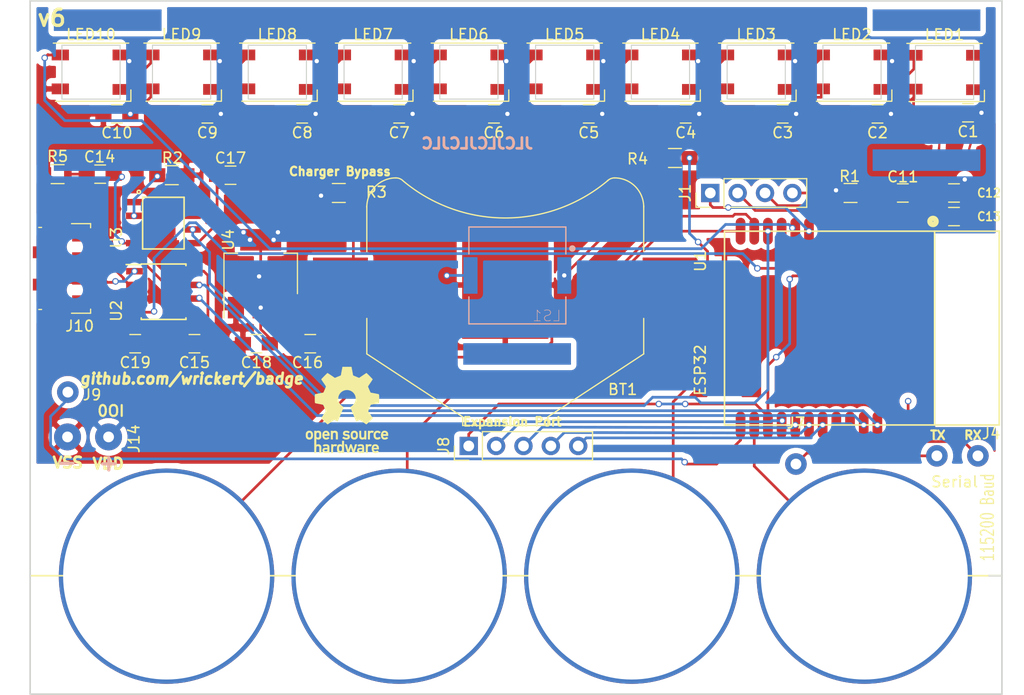
<source format=kicad_pcb>
(kicad_pcb (version 20171130) (host pcbnew 5.1.2)
  (layers (0 F.Cu signal) (31 B.Cu signal) (34 B.Paste user hide) (35 F.Paste user) (36 B.SilkS user) (37 F.SilkS user) (38 B.Mask user hide) (39 F.Mask user) (44 Edge.Cuts user))
  (net 0 "")
  (net 1 VDD)
  (net 2 VSS)
  (net 3 SPI)
  (net 4 "Net-(LED1-Pad2)")
  (net 5 "Net-(LED2-Pad2)")
  (net 6 "Net-(LED3-Pad2)")
  (net 7 "Net-(LED4-Pad2)")
  (net 8 "Net-(LED5-Pad2)")
  (net 9 "Net-(LED6-Pad2)")
  (net 10 "Net-(LED7-Pad2)")
  (net 11 "Net-(LED8-Pad2)")
  (net 12 "Net-(LED10-Pad4)")
  (net 13 TX)
  (net 14 RX)
  (net 15 IO21)
  (net 16 "Net-(U1-Pad32)")
  (net 17 IO19)
  (net 18 IO18)
  (net 19 IO5)
  (net 20 IO17)
  (net 21 P0)
  (net 22 IO0)
  (net 23 P3)
  (net 24 IO13)
  (net 25 P1)
  (net 26 IO27)
  (net 27 IO33)
  (net 28 IO32)
  (net 29 IO35)
  (net 30 IO34)
  (net 31 P2)
  (net 32 VDDA)
  (net 33 VBUS)
  (net 34 "Net-(C15-Pad1)")
  (net 35 "Net-(J10-Pad2)")
  (net 36 "Net-(R2-Pad1)")
  (net 37 "Net-(U1-Pad22)")
  (net 38 "Net-(U1-Pad21)")
  (net 39 "Net-(U1-Pad20)")
  (net 40 "Net-(U1-Pad19)")
  (net 41 "Net-(U1-Pad18)")
  (net 42 "Net-(U1-Pad17)")
  (net 43 "Net-(U1-Pad11)")
  (net 44 "Net-(U1-Pad5)")
  (net 45 "Net-(U1-Pad4)")
  (net 46 "Net-(J10-Pad3)")
  (net 47 "Net-(J10-Pad4)")
  (net 48 "Net-(LS1-Pad1)")
  (net 49 "Net-(U1-Pad37)")
  (net 50 "Net-(U1-Pad36)")
  (net 51 "Net-(U3-Pad7)")
  (net 52 "Net-(C14-Pad1)")
  (net 53 RTS)
  (net 54 "Net-(LED1-Pad4)")
  (module NFCBuisness:W (layer F.Cu) (at 167.07 103.647)
    (fp_text reference Ref** hide)
    (fp_text value Val** hide)
    (fp_poly (pts (xy -1.630587 -2.420899) (xy -1.447524 -2.328559) (xy -1.311592 -2.194757) (xy -1.304211 -2.183555) (xy -1.265704 -2.11344) (xy -1.244213 -2.038839) (xy -1.23774 -1.938094) (xy -1.244287 -1.789546) (xy -1.255088 -1.651) (xy -1.268682 -1.442824) (xy -1.279873 -1.184894) (xy -1.287394 -0.912114) (xy -1.289962 -0.690936) (xy -1.289221 -0.458958) (xy -1.284387 -0.294975) (xy -1.273305 -0.182336) (xy -1.25382 -0.10439) (xy -1.223775 -0.044488) (xy -1.202268 -0.013603) (xy -1.116398 0.071274) (xy -1.002822 0.111004) (xy -0.929984 0.119227) (xy -0.68211 0.100096) (xy -0.454281 0.00289) (xy -0.240656 -0.175182) (xy -0.185776 -0.236175) (xy -0.081108 -0.349759) (xy 0.009066 -0.431822) (xy 0.066141 -0.465547) (xy 0.068112 -0.465666) (xy 0.123755 -0.432548) (xy 0.197182 -0.348904) (xy 0.229505 -0.301607) (xy 0.376869 -0.110873) (xy 0.526913 0.003226) (xy 0.674284 0.03902) (xy 0.813631 -0.005163) (xy 0.907971 -0.089777) (xy 0.988653 -0.198585) (xy 1.058934 -0.326542) (xy 1.126082 -0.490779) (xy 1.197364 -0.708426) (xy 1.255985 -0.910166) (xy 1.31545 -1.12099) (xy 1.377683 -1.340443) (xy 1.431333 -1.528529) (xy 1.442246 -1.566558) (xy 1.521416 -1.84195) (xy 1.949565 -2.005418) (xy 2.167567 -2.084028) (xy 2.315998 -2.126297) (xy 2.401001 -2.133773) (xy 2.422145 -2.124455) (xy 2.452677 -2.065526) (xy 2.41974 -2.005855) (xy 2.317286 -1.940366) (xy 2.13927 -1.863979) (xy 2.089887 -1.8454) (xy 1.930263 -1.78316) (xy 1.799296 -1.726134) (xy 1.71927 -1.684217) (xy 1.708527 -1.676067) (xy 1.680315 -1.619963) (xy 1.636526 -1.498254) (xy 1.582553 -1.327363) (xy 1.52379 -1.123712) (xy 1.507251 -1.063196) (xy 1.396737 -0.68139) (xy 1.290651 -0.376432) (xy 1.184846 -0.140938) (xy 1.075173 0.032475) (xy 0.957485 0.15119) (xy 0.827635 0.222591) (xy 0.776069 0.238398) (xy 0.602379 0.241191) (xy 0.418574 0.174646) (xy 0.246259 0.047924) (xy 0.192569 -0.009056) (xy 0.041511 -0.185533) (xy -0.128458 -0.008645) (xy -0.312966 0.157866) (xy -0.496288 0.260737) (xy -0.709082 0.314778) (xy -0.823587 0.327186) (xy -0.981029 0.333485) (xy -1.090094 0.317957) (xy -1.185756 0.27362) (xy -1.227666 0.246552) (xy -1.355913 0.118677) (xy -1.447302 -0.068507) (xy -1.502345 -0.318683) (xy -1.521551 -0.635539) (xy -1.505431 -1.022758) (xy -1.460818 -1.436924) (xy -1.432055 -1.688127) (xy -1.424811 -1.871541) (xy -1.442863 -2.002167) (xy -1.489991 -2.095003) (xy -1.569973 -2.165049) (xy -1.656298 -2.212878) (xy -1.801342 -2.257899) (xy -1.939703 -2.239415) (xy -2.087459 -2.15265) (xy -2.203421 -2.05035) (xy -2.298884 -1.96489) (xy -2.361491 -1.934189) (xy -2.413708 -1.94891) (xy -2.426473 -1.957639) (xy -2.473927 -2.002339) (xy -2.467648 -2.051331) (xy -2.429475 -2.110518) (xy -2.32004 -2.223928) (xy -2.167499 -2.330713) (xy -2.002595 -2.413218) (xy -1.856072 -2.453788) (xy -1.829026 -2.455333) (xy -1.630587 -2.420899)) (layer F.Cu) (width 0.01))
  )
  (module Badge:WS2812B-Sunken (layer F.Cu) (at 86.97 95.428576)
    (fp_text reference LED10 (at 0 -3.5) (layer F.SilkS))
    (fp_text value WS2812B)
    (fp_line (start -2.7 2.5) (end 2.7 2.5) (layer Edge.Cuts) (width 0.1))
    (fp_line (start 2.7 -2.5) (end -2.7 -2.5) (layer Edge.Cuts) (width 0.1))
    (fp_line (start -2.7 -2.5) (end -2.7 2.5) (layer Edge.Cuts) (width 0.1))
    (fp_line (start 2.7 2.5) (end 2.7 -2.5) (layer Edge.Cuts) (width 0.1))
    (pad 4 smd rect (at 2.8 1.6) (size 1.6 1) (layers F.Cu F.Paste F.Mask) (net 12 "Net-(LED10-Pad4)"))
    (pad 1 smd rect (at 2.8 -1.6) (size 1.6 1) (layers F.Cu F.Paste F.Mask) (net 1 VDD))
    (pad 3 smd rect (at -2.85 1.55) (size 1.6 1) (layers F.Cu F.Paste F.Mask) (net 2 VSS))
    (pad 2 smd rect (at -2.85 -1.6) (size 1.6 1) (layers F.Cu F.Paste F.Mask) (net 3 SPI))
  )
  (module Badge:WS2812B-Sunken (layer F.Cu) (at 104.265 95.425576)
    (fp_text reference LED8 (at 0 -3.5) (layer F.SilkS))
    (fp_text value WS2812B)
    (fp_line (start -2.7 2.5) (end 2.7 2.5) (layer Edge.Cuts) (width 0.1))
    (fp_line (start 2.7 -2.5) (end -2.7 -2.5) (layer Edge.Cuts) (width 0.1))
    (fp_line (start -2.7 -2.5) (end -2.7 2.5) (layer Edge.Cuts) (width 0.1))
    (fp_line (start 2.7 2.5) (end 2.7 -2.5) (layer Edge.Cuts) (width 0.1))
    (pad 4 smd rect (at 2.8 1.6) (size 1.6 1) (layers F.Cu F.Paste F.Mask) (net 10 "Net-(LED7-Pad2)"))
    (pad 1 smd rect (at 2.8 -1.6) (size 1.6 1) (layers F.Cu F.Paste F.Mask) (net 1 VDD))
    (pad 3 smd rect (at -2.85 1.55) (size 1.6 1) (layers F.Cu F.Paste F.Mask) (net 2 VSS))
    (pad 2 smd rect (at -2.85 -1.6) (size 1.6 1) (layers F.Cu F.Paste F.Mask) (net 11 "Net-(LED8-Pad2)"))
  )
  (module Badge:WS2812B-Sunken (layer F.Cu) (at 157.605 95.425576)
    (fp_text reference LED2 (at 0 -3.5) (layer F.SilkS))
    (fp_text value WS2812B)
    (fp_line (start -2.7 2.5) (end 2.7 2.5) (layer Edge.Cuts) (width 0.1))
    (fp_line (start 2.7 -2.5) (end -2.7 -2.5) (layer Edge.Cuts) (width 0.1))
    (fp_line (start -2.7 -2.5) (end -2.7 2.5) (layer Edge.Cuts) (width 0.1))
    (fp_line (start 2.7 2.5) (end 2.7 -2.5) (layer Edge.Cuts) (width 0.1))
    (pad 4 smd rect (at 2.8 1.6) (size 1.6 1) (layers F.Cu F.Paste F.Mask) (net 4 "Net-(LED1-Pad2)"))
    (pad 1 smd rect (at 2.8 -1.6) (size 1.6 1) (layers F.Cu F.Paste F.Mask) (net 1 VDD))
    (pad 3 smd rect (at -2.85 1.55) (size 1.6 1) (layers F.Cu F.Paste F.Mask) (net 2 VSS))
    (pad 2 smd rect (at -2.85 -1.6) (size 1.6 1) (layers F.Cu F.Paste F.Mask) (net 5 "Net-(LED2-Pad2)"))
  )
  (module Badge:WS2812B-Sunken (layer F.Cu) (at 166.195 95.453576)
    (fp_text reference LED1 (at 0 -3.5) (layer F.SilkS))
    (fp_text value WS2812B)
    (fp_line (start -2.7 2.5) (end 2.7 2.5) (layer Edge.Cuts) (width 0.1))
    (fp_line (start 2.7 -2.5) (end -2.7 -2.5) (layer Edge.Cuts) (width 0.1))
    (fp_line (start -2.7 -2.5) (end -2.7 2.5) (layer Edge.Cuts) (width 0.1))
    (fp_line (start 2.7 2.5) (end 2.7 -2.5) (layer Edge.Cuts) (width 0.1))
    (pad 4 smd rect (at 2.8 1.6) (size 1.6 1) (layers F.Cu F.Paste F.Mask) (net 54 "Net-(LED1-Pad4)"))
    (pad 1 smd rect (at 2.8 -1.6) (size 1.6 1) (layers F.Cu F.Paste F.Mask) (net 1 VDD))
    (pad 3 smd rect (at -2.85 1.55) (size 1.6 1) (layers F.Cu F.Paste F.Mask) (net 2 VSS))
    (pad 2 smd rect (at -2.85 -1.6) (size 1.6 1) (layers F.Cu F.Paste F.Mask) (net 4 "Net-(LED1-Pad2)"))
  )
  (module Badge:WS2812B-Sunken (layer F.Cu) (at 148.715 95.425576)
    (fp_text reference LED3 (at 0 -3.5) (layer F.SilkS))
    (fp_text value WS2812B)
    (fp_line (start -2.7 2.5) (end 2.7 2.5) (layer Edge.Cuts) (width 0.1))
    (fp_line (start 2.7 -2.5) (end -2.7 -2.5) (layer Edge.Cuts) (width 0.1))
    (fp_line (start -2.7 -2.5) (end -2.7 2.5) (layer Edge.Cuts) (width 0.1))
    (fp_line (start 2.7 2.5) (end 2.7 -2.5) (layer Edge.Cuts) (width 0.1))
    (pad 4 smd rect (at 2.8 1.6) (size 1.6 1) (layers F.Cu F.Paste F.Mask) (net 5 "Net-(LED2-Pad2)"))
    (pad 1 smd rect (at 2.8 -1.6) (size 1.6 1) (layers F.Cu F.Paste F.Mask) (net 1 VDD))
    (pad 3 smd rect (at -2.85 1.55) (size 1.6 1) (layers F.Cu F.Paste F.Mask) (net 2 VSS))
    (pad 2 smd rect (at -2.85 -1.6) (size 1.6 1) (layers F.Cu F.Paste F.Mask) (net 6 "Net-(LED3-Pad2)"))
  )
  (module Badge:WS2812B-Sunken (layer F.Cu) (at 139.825 95.425576)
    (fp_text reference LED4 (at 0 -3.5) (layer F.SilkS))
    (fp_text value WS2812B)
    (fp_line (start -2.7 2.5) (end 2.7 2.5) (layer Edge.Cuts) (width 0.1))
    (fp_line (start 2.7 -2.5) (end -2.7 -2.5) (layer Edge.Cuts) (width 0.1))
    (fp_line (start -2.7 -2.5) (end -2.7 2.5) (layer Edge.Cuts) (width 0.1))
    (fp_line (start 2.7 2.5) (end 2.7 -2.5) (layer Edge.Cuts) (width 0.1))
    (pad 4 smd rect (at 2.8 1.6) (size 1.6 1) (layers F.Cu F.Paste F.Mask) (net 6 "Net-(LED3-Pad2)"))
    (pad 1 smd rect (at 2.8 -1.6) (size 1.6 1) (layers F.Cu F.Paste F.Mask) (net 1 VDD))
    (pad 3 smd rect (at -2.85 1.55) (size 1.6 1) (layers F.Cu F.Paste F.Mask) (net 2 VSS))
    (pad 2 smd rect (at -2.85 -1.6) (size 1.6 1) (layers F.Cu F.Paste F.Mask) (net 7 "Net-(LED4-Pad2)"))
  )
  (module Badge:WS2812B-Sunken (layer F.Cu) (at 130.935 95.425576)
    (fp_text reference LED5 (at 0 -3.5) (layer F.SilkS))
    (fp_text value WS2812B)
    (fp_line (start -2.7 2.5) (end 2.7 2.5) (layer Edge.Cuts) (width 0.1))
    (fp_line (start 2.7 -2.5) (end -2.7 -2.5) (layer Edge.Cuts) (width 0.1))
    (fp_line (start -2.7 -2.5) (end -2.7 2.5) (layer Edge.Cuts) (width 0.1))
    (fp_line (start 2.7 2.5) (end 2.7 -2.5) (layer Edge.Cuts) (width 0.1))
    (pad 4 smd rect (at 2.8 1.6) (size 1.6 1) (layers F.Cu F.Paste F.Mask) (net 7 "Net-(LED4-Pad2)"))
    (pad 1 smd rect (at 2.8 -1.6) (size 1.6 1) (layers F.Cu F.Paste F.Mask) (net 1 VDD))
    (pad 3 smd rect (at -2.85 1.55) (size 1.6 1) (layers F.Cu F.Paste F.Mask) (net 2 VSS))
    (pad 2 smd rect (at -2.85 -1.6) (size 1.6 1) (layers F.Cu F.Paste F.Mask) (net 8 "Net-(LED5-Pad2)"))
  )
  (module Badge:WS2812B-Sunken (layer F.Cu) (at 122.045 95.425576)
    (fp_text reference LED6 (at 0 -3.5) (layer F.SilkS))
    (fp_text value WS2812B)
    (fp_line (start -2.7 2.5) (end 2.7 2.5) (layer Edge.Cuts) (width 0.1))
    (fp_line (start 2.7 -2.5) (end -2.7 -2.5) (layer Edge.Cuts) (width 0.1))
    (fp_line (start -2.7 -2.5) (end -2.7 2.5) (layer Edge.Cuts) (width 0.1))
    (fp_line (start 2.7 2.5) (end 2.7 -2.5) (layer Edge.Cuts) (width 0.1))
    (pad 4 smd rect (at 2.8 1.6) (size 1.6 1) (layers F.Cu F.Paste F.Mask) (net 8 "Net-(LED5-Pad2)"))
    (pad 1 smd rect (at 2.8 -1.6) (size 1.6 1) (layers F.Cu F.Paste F.Mask) (net 1 VDD))
    (pad 3 smd rect (at -2.85 1.55) (size 1.6 1) (layers F.Cu F.Paste F.Mask) (net 2 VSS))
    (pad 2 smd rect (at -2.85 -1.6) (size 1.6 1) (layers F.Cu F.Paste F.Mask) (net 9 "Net-(LED6-Pad2)"))
  )
  (module Badge:WS2812B-Sunken (layer F.Cu) (at 113.155 95.425576)
    (fp_text reference LED7 (at 0 -3.5) (layer F.SilkS))
    (fp_text value WS2812B)
    (fp_line (start -2.7 2.5) (end 2.7 2.5) (layer Edge.Cuts) (width 0.1))
    (fp_line (start 2.7 -2.5) (end -2.7 -2.5) (layer Edge.Cuts) (width 0.1))
    (fp_line (start -2.7 -2.5) (end -2.7 2.5) (layer Edge.Cuts) (width 0.1))
    (fp_line (start 2.7 2.5) (end 2.7 -2.5) (layer Edge.Cuts) (width 0.1))
    (pad 4 smd rect (at 2.8 1.6) (size 1.6 1) (layers F.Cu F.Paste F.Mask) (net 9 "Net-(LED6-Pad2)"))
    (pad 1 smd rect (at 2.8 -1.6) (size 1.6 1) (layers F.Cu F.Paste F.Mask) (net 1 VDD))
    (pad 3 smd rect (at -2.85 1.55) (size 1.6 1) (layers F.Cu F.Paste F.Mask) (net 2 VSS))
    (pad 2 smd rect (at -2.85 -1.6) (size 1.6 1) (layers F.Cu F.Paste F.Mask) (net 10 "Net-(LED7-Pad2)"))
  )
  (module Badge:WS2812B-Sunken (layer F.Cu) (at 95.375 95.425576)
    (fp_text reference LED9 (at 0 -3.5) (layer F.SilkS))
    (fp_text value WS2812B)
    (fp_line (start -2.7 2.5) (end 2.7 2.5) (layer Edge.Cuts) (width 0.1))
    (fp_line (start 2.7 -2.5) (end -2.7 -2.5) (layer Edge.Cuts) (width 0.1))
    (fp_line (start -2.7 -2.5) (end -2.7 2.5) (layer Edge.Cuts) (width 0.1))
    (fp_line (start 2.7 2.5) (end 2.7 -2.5) (layer Edge.Cuts) (width 0.1))
    (pad 4 smd rect (at 2.8 1.6) (size 1.6 1) (layers F.Cu F.Paste F.Mask) (net 11 "Net-(LED8-Pad2)"))
    (pad 1 smd rect (at 2.8 -1.6) (size 1.6 1) (layers F.Cu F.Paste F.Mask) (net 1 VDD))
    (pad 3 smd rect (at -2.85 1.55) (size 1.6 1) (layers F.Cu F.Paste F.Mask) (net 2 VSS))
    (pad 2 smd rect (at -2.85 -1.6) (size 1.6 1) (layers F.Cu F.Paste F.Mask) (net 12 "Net-(LED10-Pad4)"))
  )
  (module Housings_SOIC:SOIC-8_3.9x4.9mm_Pitch1.27mm (layer F.Cu) (at 93.706 115.82)
    (fp_text reference U2 (at -4.386 1.777 90) (layer F.SilkS))
    (fp_text value otter_CH330)
    (pad 8 smd rect (at 2.7 -1.905) (size 1.55 0.6) (layers F.Cu F.Paste F.Mask) (net 34 "Net-(C15-Pad1)"))
    (pad 7 smd rect (at 2.7 -0.635) (size 1.55 0.6) (layers F.Cu F.Paste F.Mask) (net 14 RX))
    (pad 6 smd rect (at 2.7 0.635) (size 1.55 0.6) (layers F.Cu F.Paste F.Mask) (net 13 TX))
    (pad 5 smd rect (at 2.7 1.905) (size 1.55 0.6) (layers F.Cu F.Paste F.Mask) (net 33 VBUS))
    (pad 4 smd rect (at -2.7 1.905) (size 1.55 0.6) (layers F.Cu F.Paste F.Mask) (net 53 RTS))
    (pad 3 smd rect (at -2.7 0.635) (size 1.55 0.6) (layers F.Cu F.Paste F.Mask) (net 2 VSS))
    (pad 2 smd rect (at -2.7 -0.635) (size 1.55 0.6) (layers F.Cu F.Paste F.Mask) (net 35 "Net-(J10-Pad2)"))
    (pad 1 smd rect (at -2.7 -1.905) (size 1.55 0.6) (layers F.Cu F.Paste F.Mask) (net 46 "Net-(J10-Pad3)"))
  )
  (module ESP32-footprints-Lib:ESP32-WROOM (layer F.Cu) (at 158.52 119.197 90)
    (fp_text reference U1 (at 6.223 -14.986 90) (layer F.SilkS))
    (fp_text value ESP32-WROOM)
    (fp_text user ESP32 (at -3.9 -15 270) (layer F.SilkS))
    (pad 38 smd oval (at -9 5.25 90) (size 2.5 0.9) (layers F.Cu F.Paste F.Mask) (net 2 VSS))
    (pad 37 smd oval (at -9 3.98 90) (size 2.5 0.9) (layers F.Cu F.Paste F.Mask) (net 49 "Net-(U1-Pad37)"))
    (pad 36 smd oval (at -9 2.71 90) (size 2.5 0.9) (layers F.Cu F.Paste F.Mask) (net 50 "Net-(U1-Pad36)"))
    (pad 35 smd oval (at -9 1.44 90) (size 2.5 0.9) (layers F.Cu F.Paste F.Mask) (net 14 RX))
    (pad 34 smd oval (at -9 0.17 90) (size 2.5 0.9) (layers F.Cu F.Paste F.Mask) (net 13 TX))
    (pad 33 smd oval (at -9 -1.1 90) (size 2.5 0.9) (layers F.Cu F.Paste F.Mask) (net 15 IO21))
    (pad 32 smd oval (at -9 -2.37 90) (size 2.5 0.9) (layers F.Cu F.Paste F.Mask) (net 16 "Net-(U1-Pad32)"))
    (pad 31 smd oval (at -9 -3.64 90) (size 2.5 0.9) (layers F.Cu F.Paste F.Mask) (net 17 IO19))
    (pad 30 smd oval (at -9 -4.91 90) (size 2.5 0.9) (layers F.Cu F.Paste F.Mask) (net 18 IO18))
    (pad 29 smd oval (at -9 -6.18 90) (size 2.5 0.9) (layers F.Cu F.Paste F.Mask) (net 19 IO5))
    (pad 28 smd oval (at -9 -7.45 90) (size 2.5 0.9) (layers F.Cu F.Paste F.Mask) (net 20 IO17))
    (pad 27 smd oval (at -9 -8.72 90) (size 2.5 0.9) (layers F.Cu F.Paste F.Mask) (net 53 RTS))
    (pad 26 smd oval (at -9 -9.99 90) (size 2.5 0.9) (layers F.Cu F.Paste F.Mask) (net 21 P0))
    (pad 25 smd oval (at -9 -11.26 90) (size 2.5 0.9) (layers F.Cu F.Paste F.Mask) (net 22 IO0))
    (pad 24 smd oval (at -5.715 -12.75 90) (size 0.9 2.5) (layers F.Cu F.Paste F.Mask) (net 2 VSS))
    (pad 23 smd oval (at -4.445 -12.75 90) (size 0.9 2.5) (layers F.Cu F.Paste F.Mask) (net 25 P1))
    (pad 22 smd oval (at -3.175 -12.75 90) (size 0.9 2.5) (layers F.Cu F.Paste F.Mask) (net 37 "Net-(U1-Pad22)"))
    (pad 21 smd oval (at -1.905 -12.75 90) (size 0.9 2.5) (layers F.Cu F.Paste F.Mask) (net 38 "Net-(U1-Pad21)"))
    (pad 20 smd oval (at -0.635 -12.75 90) (size 0.9 2.5) (layers F.Cu F.Paste F.Mask) (net 39 "Net-(U1-Pad20)"))
    (pad 19 smd oval (at 0.635 -12.75 90) (size 0.9 2.5) (layers F.Cu F.Paste F.Mask) (net 40 "Net-(U1-Pad19)"))
    (pad 18 smd oval (at 1.905 -12.75 90) (size 0.9 2.5) (layers F.Cu F.Paste F.Mask) (net 41 "Net-(U1-Pad18)"))
    (pad 17 smd oval (at 3.175 -12.75 90) (size 0.9 2.5) (layers F.Cu F.Paste F.Mask) (net 42 "Net-(U1-Pad17)"))
    (pad 16 smd oval (at 4.445 -12.75 90) (size 0.9 2.5) (layers F.Cu F.Paste F.Mask) (net 24 IO13))
    (pad 15 smd oval (at 5.715 -12.75 90) (size 0.9 2.5) (layers F.Cu F.Paste F.Mask) (net 2 VSS))
    (pad 14 smd oval (at 9 -11.26 90) (size 2.5 0.9) (layers F.Cu F.Paste F.Mask) (net 31 P2))
    (pad 13 smd oval (at 9 -9.99 90) (size 2.5 0.9) (layers F.Cu F.Paste F.Mask) (net 23 P3))
    (pad 12 smd oval (at 9 -8.72 90) (size 2.5 0.9) (layers F.Cu F.Paste F.Mask) (net 26 IO27))
    (pad 11 smd oval (at 9 -7.45 90) (size 2.5 0.9) (layers F.Cu F.Paste F.Mask) (net 43 "Net-(U1-Pad11)"))
    (pad 10 smd oval (at 9 -6.18 90) (size 2.5 0.9) (layers F.Cu F.Paste F.Mask) (net 3 SPI))
    (pad 9 smd oval (at 9 -4.91 90) (size 2.5 0.9) (layers F.Cu F.Paste F.Mask) (net 27 IO33))
    (pad 8 smd oval (at 9 -3.64 90) (size 2.5 0.9) (layers F.Cu F.Paste F.Mask) (net 28 IO32))
    (pad 7 smd oval (at 9 -2.37 90) (size 2.5 0.9) (layers F.Cu F.Paste F.Mask) (net 29 IO35))
    (pad 6 smd oval (at 9 -1.1 90) (size 2.5 0.9) (layers F.Cu F.Paste F.Mask) (net 30 IO34))
    (pad 5 smd oval (at 9 0.17 90) (size 2.5 0.9) (layers F.Cu F.Paste F.Mask) (net 44 "Net-(U1-Pad5)"))
    (pad 4 smd oval (at 9 1.44 90) (size 2.5 0.9) (layers F.Cu F.Paste F.Mask) (net 45 "Net-(U1-Pad4)"))
    (pad 3 smd oval (at 9 2.71 90) (size 2.5 0.9) (layers F.Cu F.Paste F.Mask) (net 53 RTS))
    (pad 2 smd oval (at 9 3.98 90) (size 2.5 0.9) (layers F.Cu F.Paste F.Mask) (net 1 VDD))
    (pad 1 smd oval (at 9 5.25 90) (size 2.5 0.9) (layers F.Cu F.Paste F.Mask) (net 2 VSS))
    (pad 39 smd rect (at 0.3 -2.45 90) (size 6 6) (layers F.Cu F.Paste F.Mask) (net 2 VSS))
  )
  (module Capacitors_SMD:C_0805_HandSoldering (layer F.Cu) (at 168.37 99.197 180)
    (fp_text reference C1 (at 0 -1.75 180) (layer F.SilkS))
    (fp_text value 0.1uF)
    (pad 1 smd rect (at -1.25 0 180) (size 1.5 1.25) (layers F.Cu F.Paste F.Mask) (net 1 VDD))
    (pad 2 smd rect (at 1.25 0 180) (size 1.5 1.25) (layers F.Cu F.Paste F.Mask) (net 2 VSS))
  )
  (module Capacitors_SMD:C_0805_HandSoldering (layer F.Cu) (at 159.97 99.301 180)
    (fp_text reference C2 (at 0 -1.75 180) (layer F.SilkS))
    (fp_text value 0.1uF)
    (pad 1 smd rect (at -1.25 0 180) (size 1.5 1.25) (layers F.Cu F.Paste F.Mask) (net 1 VDD))
    (pad 2 smd rect (at 1.25 0 180) (size 1.5 1.25) (layers F.Cu F.Paste F.Mask) (net 2 VSS))
  )
  (module Capacitors_SMD:C_0805_HandSoldering (layer F.Cu) (at 151.17 99.301 180)
    (fp_text reference C3 (at 0 -1.75 180) (layer F.SilkS))
    (fp_text value 0.1uF)
    (pad 1 smd rect (at -1.25 0 180) (size 1.5 1.25) (layers F.Cu F.Paste F.Mask) (net 1 VDD))
    (pad 2 smd rect (at 1.25 0 180) (size 1.5 1.25) (layers F.Cu F.Paste F.Mask) (net 2 VSS))
  )
  (module Capacitors_SMD:C_0805_HandSoldering (layer F.Cu) (at 142.17 99.301 180)
    (fp_text reference C4 (at 0 -1.75 180) (layer F.SilkS))
    (fp_text value 0.1uF)
    (pad 1 smd rect (at -1.25 0 180) (size 1.5 1.25) (layers F.Cu F.Paste F.Mask) (net 1 VDD))
    (pad 2 smd rect (at 1.25 0 180) (size 1.5 1.25) (layers F.Cu F.Paste F.Mask) (net 2 VSS))
  )
  (module Capacitors_SMD:C_0805_HandSoldering (layer F.Cu) (at 133.17 99.301 180)
    (fp_text reference C5 (at 0 -1.75 180) (layer F.SilkS))
    (fp_text value 0.1uF)
    (pad 1 smd rect (at -1.25 0 180) (size 1.5 1.25) (layers F.Cu F.Paste F.Mask) (net 1 VDD))
    (pad 2 smd rect (at 1.25 0 180) (size 1.5 1.25) (layers F.Cu F.Paste F.Mask) (net 2 VSS))
  )
  (module Capacitors_SMD:C_0805_HandSoldering (layer F.Cu) (at 124.37 99.301 180)
    (fp_text reference C6 (at 0 -1.75 180) (layer F.SilkS))
    (fp_text value 0.1uF)
    (pad 1 smd rect (at -1.25 0 180) (size 1.5 1.25) (layers F.Cu F.Paste F.Mask) (net 1 VDD))
    (pad 2 smd rect (at 1.25 0 180) (size 1.5 1.25) (layers F.Cu F.Paste F.Mask) (net 2 VSS))
  )
  (module Capacitors_SMD:C_0805_HandSoldering (layer F.Cu) (at 115.57 99.301 180)
    (fp_text reference C7 (at 0 -1.75 180) (layer F.SilkS))
    (fp_text value 0.1uF)
    (pad 1 smd rect (at -1.25 0 180) (size 1.5 1.25) (layers F.Cu F.Paste F.Mask) (net 1 VDD))
    (pad 2 smd rect (at 1.25 0 180) (size 1.5 1.25) (layers F.Cu F.Paste F.Mask) (net 2 VSS))
  )
  (module Capacitors_SMD:C_0805_HandSoldering (layer F.Cu) (at 106.57 99.301 180)
    (fp_text reference C8 (at 0 -1.75 180) (layer F.SilkS))
    (fp_text value 0.1uF)
    (pad 1 smd rect (at -1.25 0 180) (size 1.5 1.25) (layers F.Cu F.Paste F.Mask) (net 1 VDD))
    (pad 2 smd rect (at 1.25 0 180) (size 1.5 1.25) (layers F.Cu F.Paste F.Mask) (net 2 VSS))
  )
  (module Capacitors_SMD:C_0805_HandSoldering (layer F.Cu) (at 97.77 99.301 180)
    (fp_text reference C9 (at 0 -1.75 180) (layer F.SilkS))
    (fp_text value 0.1uF)
    (pad 1 smd rect (at -1.25 0 180) (size 1.5 1.25) (layers F.Cu F.Paste F.Mask) (net 1 VDD))
    (pad 2 smd rect (at 1.25 0 180) (size 1.5 1.25) (layers F.Cu F.Paste F.Mask) (net 2 VSS))
  )
  (module Capacitors_SMD:C_0805_HandSoldering (layer F.Cu) (at 89.37 99.301 180)
    (fp_text reference C10 (at 0 -1.75 180) (layer F.SilkS))
    (fp_text value 0.1uF)
    (pad 1 smd rect (at -1.25 0 180) (size 1.5 1.25) (layers F.Cu F.Paste F.Mask) (net 1 VDD))
    (pad 2 smd rect (at 1.25 0 180) (size 1.5 1.25) (layers F.Cu F.Paste F.Mask) (net 2 VSS))
  )
  (module Capacitors_SMD:C_0805_HandSoldering (layer F.Cu) (at 162.32 106.647)
    (fp_text reference C11 (at 0 -1.5) (layer F.SilkS))
    (fp_text value 0.1uF)
    (pad 1 smd rect (at -1.25 0) (size 1.5 1.25) (layers F.Cu F.Paste F.Mask) (net 53 RTS))
    (pad 2 smd rect (at 1.25 0) (size 1.5 1.25) (layers F.Cu F.Paste F.Mask) (net 2 VSS))
  )
  (module Capacitors_SMD:C_0805_HandSoldering (layer F.Cu) (at 167.07 106.647)
    (fp_text reference C12 (at 3.25 0) (layer F.SilkS) (effects (font (size 0.8 0.75))))
    (fp_text value 0.1uF)
    (pad 1 smd rect (at -1.25 0) (size 1.5 1.25) (layers F.Cu F.Paste F.Mask) (net 2 VSS))
    (pad 2 smd rect (at 1.25 0) (size 1.5 1.25) (layers F.Cu F.Paste F.Mask) (net 1 VDD))
  )
  (module Capacitors_SMD:C_0805_HandSoldering (layer F.Cu) (at 167.07 108.839)
    (fp_text reference C13 (at 3.25 0.004) (layer F.SilkS) (effects (font (size 0.8 0.75))))
    (fp_text value 10uF)
    (pad 1 smd rect (at -1.25 0) (size 1.5 1.25) (layers F.Cu F.Paste F.Mask) (net 2 VSS))
    (pad 2 smd rect (at 1.25 0) (size 1.5 1.25) (layers F.Cu F.Paste F.Mask) (net 1 VDD))
  )
  (module Resistors_SMD:R_0805_HandSoldering (layer F.Cu) (at 157.47 106.647)
    (fp_text reference R1 (at -0.0762 -1.5494) (layer F.SilkS))
    (fp_text value 10k)
    (pad 1 smd rect (at -1.35 0) (size 1.5 1.3) (layers F.Cu F.Paste F.Mask) (net 1 VDD))
    (pad 2 smd rect (at 1.35 0) (size 1.5 1.3) (layers F.Cu F.Paste F.Mask) (net 53 RTS))
  )
  (module Wire_Pads:Penny (layer F.Cu) (at 93.98 142.24)
    (fp_text reference J5 (at -6.06 5.757) (layer F.SilkS))
    (fp_text value Penny3)
    (pad 1 thru_hole circle (at 0 0) (size 20 20) (drill 19.2) (layers *.Mask F.Cu) (net 23 P3))
  )
  (module Wire_Pads:Penny (layer F.Cu) (at 115.57 142.24)
    (fp_text reference J11 (at -5.25 5.757) (layer F.SilkS))
    (fp_text value Penny2)
    (pad 1 thru_hole circle (at 0 0) (size 20 20) (drill 19.2) (layers *.Mask F.Cu) (net 31 P2))
  )
  (module Wire_Pads:Penny (layer F.Cu) (at 137.16 142.24)
    (fp_text reference J12 (at -4.84 6.557) (layer F.SilkS))
    (fp_text value Penny1)
    (pad 1 thru_hole circle (at 0 0) (size 20 20) (drill 19.2) (layers *.Mask F.Cu) (net 25 P1))
  )
  (module Wire_Pads:Penny (layer F.Cu) (at 158.75 142.24)
    (fp_text reference J13 (at -5.23 5.757) (layer F.SilkS))
    (fp_text value Penny0)
    (pad 1 thru_hole circle (at 0 0) (size 20 20) (drill 19.2) (layers *.Mask F.Cu) (net 21 P0))
  )
  (module Wire_Pads:SolderWirePad_2x_1mmDrill (layer F.Cu) (at 167.386 131.064)
    (fp_text reference J4 (at 3.134 -2.067) (layer F.SilkS))
    (fp_text value Serial (at -0.254 2.413) (layer F.SilkS))
    (pad 1 thru_hole circle (at -1.905 0) (size 2 2) (drill 1.00076) (layers *.Cu *.Mask) (net 13 TX))
    (pad 1 thru_hole circle (at 1.905 0) (size 2 2) (drill 1.00076) (layers *.Cu *.Mask) (net 14 RX))
  )
  (module Wire_Pads:SolderWirePad_single_1mmDrill (layer F.Cu) (at 152.4 131.826)
    (fp_text reference J7 (at 0 -3.81) (layer F.SilkS))
    (fp_text value Right2)
    (pad 1 thru_hole circle (at 0 0) (size 2 2) (drill 1.00076) (layers *.Cu *.Mask) (net 15 IO21))
  )
  (module Wire_Pads:SolderWirePad_single_1mmDrill (layer F.Cu) (at 84.82 125.147)
    (fp_text reference J9 (at 2.25 0.25) (layer F.SilkS))
    (fp_text value Right4)
    (pad 1 thru_hole circle (at 0 0) (size 2 2) (drill 1.00076) (layers *.Cu *.Mask) (net 22 IO0))
  )
  (module Wire_Pads:SolderWirePad_2x_1mmDrill (layer F.Cu) (at 86.695 129.307 180)
    (fp_text reference J14 (at -4.2668 -0.1688 270) (layer F.SilkS))
    (fp_text value Power)
    (pad 1 thru_hole circle (at -1.905 0 180) (size 2.49936 2.49936) (drill 1.00076) (layers *.Cu *.Mask) (net 1 VDD))
    (pad 1 thru_hole circle (at 1.905 0 180) (size 2.49936 2.49936) (drill 1.00076) (layers *.Cu *.Mask) (net 2 VSS))
  )
  (module PKMCS0909E4000-R1:XDCR_PKMCS0909E4000-R1 (layer B.Cu) (at 126.545 114.305 180)
    (fp_text reference LS1 (at -2.725 -3.75 180) (layer B.SilkS) (effects (font (size 1.00189 1.00189) (thickness 0.05)) (justify mirror)))
    (fp_text value PKMCS0909E4000-R1)
    (pad 1 smd rect (at -4.35 0 180) (size 1.3 3.4) (layers B.Cu B.Paste B.Mask) (net 48 "Net-(LS1-Pad1)"))
    (pad 2 smd rect (at 4.35 0 180) (size 1.3 3.4) (layers B.Cu B.Paste B.Mask) (net 2 VSS))
  )
  (module Symbols:OSHW-Logo_7.5x8mm_SilkScreen (layer F.Cu) (at 110.72 126.797)
    (fp_text reference REF*** hide)
    (fp_text value OSHW-Logo_7.5x8mm_SilkScreen hide)
  )
  (module Capacitors_SMD:C_0805_HandSoldering (layer F.Cu) (at 87.82 104.897)
    (fp_text reference C14 (at -0.05 -1.6) (layer F.SilkS))
    (fp_text value 10uF)
    (pad 1 smd rect (at -1.25 0) (size 1.5 1.25) (layers F.Cu F.Paste F.Mask) (net 52 "Net-(C14-Pad1)"))
    (pad 2 smd rect (at 1.25 0) (size 1.5 1.25) (layers F.Cu F.Paste F.Mask) (net 33 VBUS))
  )
  (module Capacitors_SMD:C_0805_HandSoldering (layer F.Cu) (at 96.57 120.647 180)
    (fp_text reference C15 (at 0 -1.75 180) (layer F.SilkS))
    (fp_text value 0.1uF)
    (pad 2 smd rect (at 1.25 0 180) (size 1.5 1.25) (layers F.Cu F.Paste F.Mask) (net 2 VSS))
    (pad 1 smd rect (at -1.25 0 180) (size 1.5 1.25) (layers F.Cu F.Paste F.Mask) (net 34 "Net-(C15-Pad1)"))
  )
  (module Capacitors_SMD:C_0805_HandSoldering (layer F.Cu) (at 107.32 120.647)
    (fp_text reference C16 (at -0.25 1.75) (layer F.SilkS))
    (fp_text value 1uF)
    (pad 2 smd rect (at 1.25 0) (size 1.5 1.25) (layers F.Cu F.Paste F.Mask) (net 2 VSS))
    (pad 1 smd rect (at -1.25 0) (size 1.5 1.25) (layers F.Cu F.Paste F.Mask) (net 32 VDDA))
  )
  (module Capacitors_SMD:C_0805_HandSoldering (layer F.Cu) (at 99.92 104.997 180)
    (fp_text reference C17 (at 0 1.6 180) (layer F.SilkS))
    (fp_text value 10uF)
    (pad 2 smd rect (at 1.25 0 180) (size 1.5 1.25) (layers F.Cu F.Paste F.Mask) (net 32 VDDA))
    (pad 1 smd rect (at -1.25 0 180) (size 1.5 1.25) (layers F.Cu F.Paste F.Mask) (net 2 VSS))
  )
  (module Capacitors_SMD:C_0805_HandSoldering (layer F.Cu) (at 102.32 120.647 180)
    (fp_text reference C18 (at 0 -1.75 180) (layer F.SilkS))
    (fp_text value 1uF)
    (pad 1 smd rect (at -1.25 0 180) (size 1.5 1.25) (layers F.Cu F.Paste F.Mask) (net 1 VDD))
    (pad 2 smd rect (at 1.25 0 180) (size 1.5 1.25) (layers F.Cu F.Paste F.Mask) (net 2 VSS))
  )
  (module Capacitors_SMD:C_0805_HandSoldering (layer F.Cu) (at 91.07 120.647)
    (fp_text reference C19 (at 0 1.75) (layer F.SilkS))
    (fp_text value 0.1uF)
    (pad 1 smd rect (at -1.25 0) (size 1.5 1.25) (layers F.Cu F.Paste F.Mask) (net 2 VSS))
    (pad 2 smd rect (at 1.25 0) (size 1.5 1.25) (layers F.Cu F.Paste F.Mask) (net 33 VBUS))
  )
  (module Pin_Headers:Pin_Header_Straight_1x05_Pitch2.54mm (layer F.Cu) (at 122.03 130.147 90)
    (fp_text reference J8 (at 0 -2.33 90) (layer F.SilkS))
    (fp_text value Right3)
    (pad 1 thru_hole rect (at 0 0 90) (size 1.7 1.7) (drill 1) (layers *.Cu *.Mask) (net 53 RTS))
    (pad 2 thru_hole oval (at 0 2.54 90) (size 1.7 1.7) (drill 1) (layers *.Cu *.Mask) (net 20 IO17))
    (pad 3 thru_hole oval (at 0 5.08 90) (size 1.7 1.7) (drill 1) (layers *.Cu *.Mask) (net 19 IO5))
    (pad 4 thru_hole oval (at 0 7.62 90) (size 1.7 1.7) (drill 1) (layers *.Cu *.Mask) (net 18 IO18))
    (pad 5 thru_hole oval (at 0 10.16 90) (size 1.7 1.7) (drill 1) (layers *.Cu *.Mask) (net 17 IO19))
  )
  (module Resistors_SMD:R_0805_HandSoldering (layer F.Cu) (at 94.47 104.997)
    (fp_text reference R2 (at 0.05 -1.6) (layer F.SilkS))
    (fp_text value 1k)
    (pad 1 smd rect (at -1.35 0) (size 1.5 1.3) (layers F.Cu F.Paste F.Mask) (net 36 "Net-(R2-Pad1)"))
    (pad 2 smd rect (at 1.35 0) (size 1.5 1.3) (layers F.Cu F.Paste F.Mask) (net 2 VSS))
  )
  (module TO_SOT_Packages_SMD:SOT-223-3_TabPin2 (layer F.Cu) (at 102.72 114.147 90)
    (fp_text reference U4 (at 3.15 -3 90) (layer F.SilkS))
    (fp_text value TLV1117-33)
    (pad 2 smd rect (at 3.15 0 90) (size 2 3.8) (layers F.Cu F.Paste F.Mask) (net 1 VDD))
    (pad 2 smd rect (at -3.15 0 90) (size 2 1.5) (layers F.Cu F.Paste F.Mask) (net 1 VDD))
    (pad 3 smd rect (at -3.15 2.3 90) (size 2 1.5) (layers F.Cu F.Paste F.Mask) (net 32 VDDA))
    (pad 1 smd rect (at -3.15 -2.3 90) (size 2 1.5) (layers F.Cu F.Paste F.Mask) (net 2 VSS))
  )
  (module Resistors_SMD:R_0805_HandSoldering (layer F.Cu) (at 109.97 106.647)
    (fp_text reference R3 (at 3.49 -0.076) (layer F.SilkS))
    (fp_text value 0ohm)
    (pad 1 smd rect (at -1.35 0) (size 1.5 1.3) (layers F.Cu F.Paste F.Mask) (net 1 VDD))
    (pad 2 smd rect (at 1.35 0) (size 1.5 1.3) (layers F.Cu F.Paste F.Mask) (net 32 VDDA))
  )
  (module Resistors_SMD:R_0805_HandSoldering (layer F.Cu) (at 141.17 103.397 180)
    (fp_text reference R4 (at 3.47 -0.09 180) (layer F.SilkS))
    (fp_text value 22ohm)
    (pad 1 smd rect (at -1.35 0 180) (size 1.5 1.3) (layers F.Cu F.Paste F.Mask) (net 24 IO13))
    (pad 2 smd rect (at 1.35 0 180) (size 1.5 1.3) (layers F.Cu F.Paste F.Mask) (net 48 "Net-(LS1-Pad1)"))
  )
  (module Pin_Headers:Pin_Header_Straight_1x04_Pitch2.54mm (layer F.Cu) (at 144.45 106.647 90)
    (fp_text reference J1 (at 0 -2.33 90) (layer F.SilkS))
    (fp_text value Left2)
    (pad 1 thru_hole rect (at 0 0 90) (size 1.7 1.7) (drill 1) (layers *.Cu *.Mask) (net 27 IO33))
    (pad 2 thru_hole oval (at 0 2.54 90) (size 1.7 1.7) (drill 1) (layers *.Cu *.Mask) (net 28 IO32))
    (pad 3 thru_hole oval (at 0 5.08 90) (size 1.7 1.7) (drill 1) (layers *.Cu *.Mask) (net 29 IO35))
    (pad 4 thru_hole oval (at 0 7.62 90) (size 1.7 1.7) (drill 1) (layers *.Cu *.Mask) (net 30 IO34))
  )
  (module Badge:Binder (layer B.Cu) (at 126.52 103.597 180)
    (fp_text reference REF**)
    (fp_text value Binder)
    (pad 5 smd rect (at 0 -18 180) (size 10 2) (layers B.Cu B.Paste B.Mask))
    (pad 4 smd rect (at -38 0 180) (size 10 2) (layers B.Cu B.Paste B.Mask))
    (pad 3 smd rect (at 38 0 180) (size 10 2) (layers B.Cu B.Paste B.Mask))
    (pad 2 smd rect (at 38 13 180) (size 10 2) (layers B.Cu B.Paste B.Mask))
    (pad 1 smd rect (at -38 13 180) (size 10 2) (layers B.Cu B.Paste B.Mask))
  )
  (module Badge:HX4056 (layer F.Cu) (at 93.66 109.447)
    (fp_text reference U3 (at -4.34 1.35 90) (layer F.SilkS))
    (fp_text value HX4056)
    (pad 1 smd rect (at -2.7 -1.95) (size 1.5 0.6) (layers F.Cu F.Paste F.Mask))
    (pad 2 smd rect (at -2.7 -0.68) (size 1.5 0.6) (layers F.Cu F.Paste F.Mask) (net 36 "Net-(R2-Pad1)"))
    (pad 3 smd rect (at -2.7 0.59) (size 1.5 0.6) (layers F.Cu F.Paste F.Mask) (net 2 VSS))
    (pad 4 smd rect (at -2.7 1.86) (size 1.5 0.6) (layers F.Cu F.Paste F.Mask) (net 33 VBUS))
    (pad 6 smd rect (at 2.75 0.59) (size 1.5 0.6) (layers F.Cu F.Paste F.Mask) (net 26 IO27))
    (pad 5 smd rect (at 2.75 1.86) (size 1.5 0.6) (layers F.Cu F.Paste F.Mask) (net 32 VDDA))
    (pad 8 smd rect (at 2.75 -1.95) (size 1.5 0.6) (layers F.Cu F.Paste F.Mask))
    (pad 7 smd rect (at 2.75 -0.68) (size 1.5 0.6) (layers F.Cu F.Paste F.Mask) (net 51 "Net-(U3-Pad7)"))
    (pad 9 smd rect (at 0.05 0) (size 2.2 2.2) (layers F.Cu F.Paste F.Mask) (net 2 VSS))
  )
  (module Connectors_USB:USB_Micro-B_Jing (layer F.Cu) (at 84.02 113.657 270)
    (fp_text reference J10 (at 5.35 -1.9 180) (layer F.SilkS))
    (fp_text value USB_B_Micro)
    (pad 6 smd rect (at -3.25 -1.9 270) (size 1.5 1.4) (layers F.Cu F.Paste F.Mask) (net 2 VSS))
    (pad 6 smd rect (at 3.25 -1.9 270) (size 1.5 1.4) (layers F.Cu F.Paste F.Mask) (net 2 VSS))
    (pad 3 smd rect (at 0 -2.1 270) (size 0.4 1.8) (layers F.Cu F.Paste F.Mask) (net 46 "Net-(J10-Pad3)"))
    (pad 2 smd rect (at -0.65 -2.1 270) (size 0.4 1.8) (layers F.Cu F.Paste F.Mask) (net 35 "Net-(J10-Pad2)"))
    (pad 4 smd rect (at 0.65 -2.1 270) (size 0.4 1.8) (layers F.Cu F.Paste F.Mask) (net 47 "Net-(J10-Pad4)"))
    (pad 1 smd rect (at -1.3 -2.1 270) (size 0.4 1.8) (layers F.Cu F.Paste F.Mask) (net 33 VBUS))
    (pad 5 smd rect (at 1.3 -2.1 270) (size 0.4 1.8) (layers F.Cu F.Paste F.Mask) (net 2 VSS))
    (pad "" np_thru_hole circle (at -2 -1.45 270) (size 0.5 0.5) (drill 0.5) (layers *.Cu *.Mask))
    (pad "" np_thru_hole circle (at 2 -1.45 270) (size 0.5 0.5) (drill 0.5) (layers *.Cu *.Mask))
    (pad 6 smd rect (at -4.075 0.77 270) (size 1.35 1.5) (layers F.Cu F.Paste F.Mask) (net 2 VSS))
    (pad 6 smd rect (at 4.075 0.77 270) (size 1.35 1.5) (layers F.Cu F.Paste F.Mask) (net 2 VSS))
    (pad 6 smd rect (at -1.5 1.95 270) (size 1.1 1) (layers F.Cu F.Paste F.Mask) (net 2 VSS))
    (pad 6 smd rect (at 1.5 1.95 270) (size 1.1 1) (layers F.Cu F.Paste F.Mask) (net 2 VSS))
  )
  (module Battery_Holders:Keystone_3008_1x2450-CoinCell (layer F.Cu) (at 125.42 115.197 180)
    (fp_text reference BT1 (at -10.9 -9.7 180) (layer F.SilkS))
    (fp_text value Battery_Cell)
    (pad 1 smd rect (at -15.3 0 180) (size 5.1 5.1) (layers F.Cu F.Paste F.Mask))
    (pad 1 smd rect (at 15.3 0 180) (size 5.1 5.1) (layers F.Cu F.Paste F.Mask) (net 32 VDDA))
    (pad 2 smd rect (at 0 0 180) (size 8 10) (layers F.Cu F.Mask) (net 2 VSS))
  )
  (module Resistors_SMD:R_0805 (layer F.Cu) (at 83.87 104.897)
    (fp_text reference R5 (at 0 -1.65) (layer F.SilkS))
    (fp_text value 1.5)
    (pad 1 smd rect (at -0.95 0) (size 0.7 1.3) (layers F.Cu F.Paste F.Mask) (net 2 VSS))
    (pad 2 smd rect (at 0.95 0) (size 0.7 1.3) (layers F.Cu F.Paste F.Mask) (net 52 "Net-(C14-Pad1)"))
  )
  (gr_text JLCJLCJLCJLC (at 122.82 102.047) (layer B.SilkS) (effects (font (size 1 1) (thickness 0.25)) (justify mirror)))
  (gr_text IO0 (at 88.82 126.897) (layer F.SilkS) (effects (font (size 1 1) (thickness 0.2)) (justify mirror)))
  (gr_text "Charger Bypass" (at 110.07 104.647) (layer F.SilkS) (effects (font (size 0.8 0.8) (thickness 0.2))))
  (gr_line (start 171.52 153.197) (end 81.32 153.197) (layer Edge.Cuts) (width 0.15))
  (gr_line (start 171.52 142.197) (end 171.52 153.197) (layer Edge.Cuts) (width 0.15))
  (gr_line (start 81.32 142.147) (end 81.32 153.147) (layer Edge.Cuts) (width 0.15))
  (gr_line (start 171.5 142.197) (end 81.4 142.197) (layer F.SilkS) (width 0.15))
  (gr_line (start 171.52 88.797) (end 171.52 142.197) (layer Edge.Cuts) (width 0.15))
  (gr_line (start 170.32 142.197) (end 171.52 142.197) (layer Edge.Cuts) (width 0.15))
  (gr_line (start 81.32 88.797) (end 171.52 88.797) (layer Edge.Cuts) (width 0.15))
  (gr_line (start 81.32 142.197) (end 81.32 88.797) (layer Edge.Cuts) (width 0.15))
  (gr_text "Expansion Port" (at 126.07 127.897) (layer F.SilkS) (effects (font (size 0.8 0.8) (thickness 0.2))))
  (gr_text v6 (at 83.32 90.397) (layer F.SilkS) (effects (font (size 1.5 1.5) (thickness 0.3))))
  (gr_text "115200 Baud" (at 170.18 136.779 90) (layer F.SilkS) (effects (font (size 1.2 0.8) (thickness 0.125))))
  (gr_text RX (at 168.82 129.147) (layer F.SilkS) (effects (font (size 0.8 0.8) (thickness 0.2))))
  (gr_text TX (at 165.57 129.147) (layer F.SilkS) (effects (font (size 0.8 0.8) (thickness 0.2))))
  (gr_text github.com/wrickert/badge (at 96.32 123.897) (layer F.SilkS) (effects (font (size 1 1) (thickness 0.25) italic)))
  (gr_text + (at 88.62 131.697) (layer B.SilkS) (effects (font (size 1.5 1.5) (thickness 0.3)) (justify mirror)))
  (gr_text "-\n" (at 84.72 131.647) (layer B.SilkS) (effects (font (size 1.5 1.5) (thickness 0.3)) (justify mirror)))
  (gr_text "VDD\n" (at 88.57 131.797) (layer F.SilkS) (effects (font (size 1 1) (thickness 0.25))))
  (gr_text "VSS\n" (at 84.82 131.697) (layer F.SilkS) (effects (font (size 1 1) (thickness 0.25))))
  (via (at 104.32 110.297) (size 0.6) (drill 0.4) (layers F.Cu B.Cu) (net 1))
  (via (at 101.12 110.297) (size 0.6) (drill 0.4) (layers F.Cu B.Cu) (net 1))
  (via (at 108.32 106.897) (size 0.6) (drill 0.4) (layers F.Cu B.Cu) (net 1))
  (via (at 156.12 106.397) (size 0.6) (drill 0.4) (layers F.Cu B.Cu) (net 1))
  (via (at 101.72 110.997) (size 0.6) (drill 0.4) (layers F.Cu B.Cu) (net 1))
  (via (at 103.92 110.997) (size 0.6) (drill 0.4) (layers F.Cu B.Cu) (net 1))
  (segment (start 168.32 108.839) (end 168.32 106.647) (width 0.25) (layer F.Cu) (net 1))
  (via (at 168.07 105.397) (size 0.6) (drill 0.4) (layers F.Cu B.Cu) (net 1))
  (segment (start 168.32 106.647) (end 168.32 105.647) (width 0.25) (layer F.Cu) (net 1))
  (segment (start 168.32 105.647) (end 168.07 105.397) (width 0.25) (layer F.Cu) (net 1))
  (segment (start 168.32 108.839) (end 168.32 107.964) (width 0.25) (layer F.Cu) (net 1))
  (segment (start 170.62 98.322) (end 169.745 99.197) (width 0.25) (layer F.Cu) (net 1))
  (segment (start 170.62 94.428576) (end 170.62 98.322) (width 0.25) (layer F.Cu) (net 1))
  (segment (start 169.745 99.197) (end 169.62 99.197) (width 0.25) (layer F.Cu) (net 1))
  (segment (start 170.045 93.853576) (end 170.62 94.428576) (width 0.25) (layer F.Cu) (net 1))
  (segment (start 168.995 93.853576) (end 170.045 93.853576) (width 0.25) (layer F.Cu) (net 1))
  (via (at 169.62 99.197) (size 0.6) (drill 0.4) (layers F.Cu B.Cu) (net 1))
  (via (at 161.32 94.397) (size 0.6) (drill 0.4) (layers F.Cu B.Cu) (net 1))
  (segment (start 160.405 93.825576) (end 160.748576 93.825576) (width 0.25) (layer F.Cu) (net 1))
  (segment (start 160.748576 93.825576) (end 161.32 94.397) (width 0.25) (layer F.Cu) (net 1))
  (via (at 161.22 99.301) (size 0.6) (drill 0.4) (layers F.Cu B.Cu) (net 1))
  (segment (start 161.32 94.397) (end 161.32 99.201) (width 0.25) (layer B.Cu) (net 1))
  (segment (start 161.32 99.201) (end 161.22 99.301) (width 0.25) (layer B.Cu) (net 1))
  (via (at 152.32 94.397) (size 0.6) (drill 0.4) (layers F.Cu B.Cu) (net 1))
  (segment (start 151.515 93.825576) (end 151.748576 93.825576) (width 0.25) (layer F.Cu) (net 1))
  (segment (start 151.748576 93.825576) (end 152.32 94.397) (width 0.25) (layer F.Cu) (net 1))
  (via (at 152.42 99.301) (size 0.6) (drill 0.4) (layers F.Cu B.Cu) (net 1))
  (segment (start 152.32 94.397) (end 152.32 99.201) (width 0.25) (layer B.Cu) (net 1))
  (segment (start 152.32 99.201) (end 152.42 99.301) (width 0.25) (layer B.Cu) (net 1))
  (via (at 143.32 94.397) (size 0.6) (drill 0.4) (layers F.Cu B.Cu) (net 1))
  (segment (start 142.625 93.825576) (end 142.748576 93.825576) (width 0.25) (layer F.Cu) (net 1))
  (segment (start 142.748576 93.825576) (end 143.32 94.397) (width 0.25) (layer F.Cu) (net 1))
  (via (at 143.42 99.301) (size 0.6) (drill 0.4) (layers F.Cu B.Cu) (net 1))
  (segment (start 143.32 94.397) (end 143.32 99.201) (width 0.25) (layer B.Cu) (net 1))
  (segment (start 143.32 99.201) (end 143.42 99.301) (width 0.25) (layer B.Cu) (net 1))
  (via (at 134.52 94.397) (size 0.6) (drill 0.4) (layers F.Cu B.Cu) (net 1))
  (segment (start 133.735 93.825576) (end 133.948576 93.825576) (width 0.25) (layer F.Cu) (net 1))
  (segment (start 133.948576 93.825576) (end 134.52 94.397) (width 0.25) (layer F.Cu) (net 1))
  (via (at 134.42 99.301) (size 0.6) (drill 0.4) (layers F.Cu B.Cu) (net 1))
  (segment (start 134.52 94.397) (end 134.52 99.201) (width 0.25) (layer B.Cu) (net 1))
  (segment (start 134.52 99.201) (end 134.42 99.301) (width 0.25) (layer B.Cu) (net 1))
  (via (at 125.52 94.397) (size 0.6) (drill 0.4) (layers F.Cu B.Cu) (net 1))
  (segment (start 124.845 93.825576) (end 124.948576 93.825576) (width 0.25) (layer F.Cu) (net 1))
  (segment (start 124.948576 93.825576) (end 125.52 94.397) (width 0.25) (layer F.Cu) (net 1))
  (via (at 125.62 99.301) (size 0.6) (drill 0.4) (layers F.Cu B.Cu) (net 1))
  (segment (start 125.52 94.397) (end 125.52 99.201) (width 0.25) (layer B.Cu) (net 1))
  (segment (start 125.52 99.201) (end 125.62 99.301) (width 0.25) (layer B.Cu) (net 1))
  (via (at 116.92 94.397) (size 0.6) (drill 0.4) (layers F.Cu B.Cu) (net 1))
  (segment (start 115.955 93.825576) (end 116.348576 93.825576) (width 0.25) (layer F.Cu) (net 1))
  (segment (start 116.348576 93.825576) (end 116.92 94.397) (width 0.25) (layer F.Cu) (net 1))
  (via (at 116.82 99.301) (size 0.6) (drill 0.4) (layers F.Cu B.Cu) (net 1))
  (segment (start 116.92 94.397) (end 116.92 99.201) (width 0.25) (layer B.Cu) (net 1))
  (segment (start 116.92 99.201) (end 116.82 99.301) (width 0.25) (layer B.Cu) (net 1))
  (via (at 107.92 94.397) (size 0.6) (drill 0.4) (layers F.Cu B.Cu) (net 1))
  (segment (start 107.065 93.825576) (end 107.348576 93.825576) (width 0.25) (layer F.Cu) (net 1))
  (segment (start 107.348576 93.825576) (end 107.92 94.397) (width 0.25) (layer F.Cu) (net 1))
  (via (at 107.82 99.301) (size 0.6) (drill 0.4) (layers F.Cu B.Cu) (net 1))
  (segment (start 107.92 94.397) (end 107.92 99.201) (width 0.25) (layer B.Cu) (net 1))
  (segment (start 107.92 99.201) (end 107.82 99.301) (width 0.25) (layer B.Cu) (net 1))
  (via (at 98.92 94.397) (size 0.6) (drill 0.4) (layers F.Cu B.Cu) (net 1))
  (segment (start 98.175 93.825576) (end 98.348576 93.825576) (width 0.25) (layer F.Cu) (net 1))
  (segment (start 98.348576 93.825576) (end 98.92 94.397) (width 0.25) (layer F.Cu) (net 1))
  (via (at 99.02 99.301) (size 0.6) (drill 0.4) (layers F.Cu B.Cu) (net 1))
  (segment (start 98.92 94.397) (end 98.92 99.201) (width 0.25) (layer B.Cu) (net 1))
  (segment (start 98.92 99.201) (end 99.02 99.301) (width 0.25) (layer B.Cu) (net 1))
  (via (at 90.52 94.397) (size 0.6) (drill 0.4) (layers F.Cu B.Cu) (net 1))
  (segment (start 89.77 93.828576) (end 89.951576 93.828576) (width 0.25) (layer F.Cu) (net 1))
  (segment (start 89.951576 93.828576) (end 90.52 94.397) (width 0.25) (layer F.Cu) (net 1))
  (segment (start 90.52 94.397) (end 90.52 99.201) (width 0.25) (layer B.Cu) (net 1))
  (via (at 90.62 99.301) (size 0.6) (drill 0.4) (layers F.Cu B.Cu) (net 1))
  (segment (start 90.52 99.201) (end 90.62 99.301) (width 0.25) (layer B.Cu) (net 1))
  (segment (start 102.72 119.297) (end 103.57 120.147) (width 0.25) (layer F.Cu) (net 1))
  (segment (start 168.244999 107.888999) (end 168.32 107.964) (width 0.25) (layer F.Cu) (net 1))
  (segment (start 163.308001 107.888999) (end 168.244999 107.888999) (width 0.25) (layer F.Cu) (net 1))
  (segment (start 162.5 108.697) (end 163.308001 107.888999) (width 0.25) (layer F.Cu) (net 1))
  (segment (start 162.5 110.197) (end 162.5 108.697) (width 0.25) (layer F.Cu) (net 1))
  (segment (start 102.72 117.297) (end 102.72 119.297) (width 0.25) (layer F.Cu) (net 1))
  (via (at 102.72 117.297) (size 0.6) (drill 0.4) (layers F.Cu B.Cu) (net 1))
  (segment (start 102.72 110.997) (end 102.72 114.247) (width 0.25) (layer F.Cu) (net 1))
  (via (at 102.57 114.397) (size 0.6) (drill 0.4) (layers F.Cu B.Cu) (net 1))
  (segment (start 102.72 114.247) (end 102.57 114.397) (width 0.25) (layer F.Cu) (net 1))
  (segment (start 122.195 114.305) (end 120.014 114.305) (width 0.25) (layer B.Cu) (net 2))
  (segment (start 120.014 114.305) (end 119.9976 114.3214) (width 0.25) (layer B.Cu) (net 2))
  (via (at 119.9976 114.3214) (size 0.6) (drill 0.4) (layers F.Cu B.Cu) (net 2))
  (segment (start 93.12 110.037) (end 90.96 110.037) (width 0.25) (layer F.Cu) (net 2))
  (segment (start 93.71 109.447) (end 93.12 110.037) (width 0.25) (layer F.Cu) (net 2))
  (segment (start 82.17 114.957) (end 81.97 115.157) (width 0.25) (layer F.Cu) (net 2))
  (segment (start 86.02 114.957) (end 82.17 114.957) (width 0.25) (layer F.Cu) (net 2))
  (segment (start 88.668 116.455) (end 91.006 116.455) (width 0.25) (layer F.Cu) (net 2))
  (segment (start 87.17 114.957) (end 88.668 116.455) (width 0.25) (layer F.Cu) (net 2))
  (segment (start 86.02 114.957) (end 87.17 114.957) (width 0.25) (layer F.Cu) (net 2))
  (segment (start 163.345 97.753576) (end 163.32 97.778576) (width 0.25) (layer F.Cu) (net 2))
  (segment (start 163.345 97.003576) (end 163.345 97.753576) (width 0.25) (layer F.Cu) (net 2))
  (segment (start 163.32 97.778576) (end 163.32 98.997) (width 0.25) (layer F.Cu) (net 2))
  (segment (start 163.345 97.753576) (end 163.101576 97.997) (width 0.25) (layer F.Cu) (net 2))
  (segment (start 163.101576 97.997) (end 162.72 97.997) (width 0.25) (layer F.Cu) (net 2))
  (segment (start 154.12 97.754152) (end 154.12 97.997) (width 0.25) (layer F.Cu) (net 2))
  (segment (start 154.755 97.725576) (end 154.755 96.975576) (width 0.25) (layer F.Cu) (net 2))
  (segment (start 154.726424 97.754152) (end 154.755 97.725576) (width 0.25) (layer F.Cu) (net 2))
  (segment (start 154.12 97.754152) (end 154.726424 97.754152) (width 0.25) (layer F.Cu) (net 2))
  (segment (start 154.12 97.754152) (end 154.12 97.197) (width 0.25) (layer F.Cu) (net 2))
  (segment (start 154.12 97.197) (end 153.92 96.997) (width 0.25) (layer F.Cu) (net 2))
  (segment (start 145.865 96.975576) (end 144.541424 96.975576) (width 0.25) (layer F.Cu) (net 2))
  (segment (start 135.925 96.975576) (end 135.903576 96.997) (width 0.25) (layer F.Cu) (net 2))
  (segment (start 136.975 96.975576) (end 135.925 96.975576) (width 0.25) (layer F.Cu) (net 2))
  (segment (start 135.903576 96.997) (end 135.52 96.997) (width 0.25) (layer F.Cu) (net 2))
  (segment (start 128.085 96.975576) (end 126.541424 96.975576) (width 0.25) (layer F.Cu) (net 2))
  (segment (start 119.195 96.975576) (end 117.741424 96.975576) (width 0.25) (layer F.Cu) (net 2))
  (segment (start 109.255 96.975576) (end 109.233576 96.997) (width 0.25) (layer F.Cu) (net 2))
  (segment (start 110.305 96.975576) (end 109.255 96.975576) (width 0.25) (layer F.Cu) (net 2))
  (segment (start 109.233576 96.997) (end 108.92 96.997) (width 0.25) (layer F.Cu) (net 2))
  (segment (start 101.415 96.975576) (end 99.741424 96.975576) (width 0.25) (layer F.Cu) (net 2))
  (segment (start 92.525 97.725576) (end 92.12 98.130576) (width 0.25) (layer F.Cu) (net 2))
  (segment (start 92.525 96.975576) (end 92.525 97.725576) (width 0.25) (layer F.Cu) (net 2))
  (segment (start 92.12 98.130576) (end 92.12 98.597) (width 0.25) (layer F.Cu) (net 2))
  (segment (start 91.475 96.975576) (end 91.32 97.130576) (width 0.25) (layer F.Cu) (net 2))
  (segment (start 92.525 96.975576) (end 91.475 96.975576) (width 0.25) (layer F.Cu) (net 2))
  (segment (start 91.32 97.130576) (end 91.32 97.797) (width 0.25) (layer F.Cu) (net 2))
  (segment (start 84.12 96.978576) (end 82.738424 96.978576) (width 0.25) (layer F.Cu) (net 2))
  (segment (start 92.57 107.897) (end 92.57 108.147) (width 0.25) (layer F.Cu) (net 2))
  (segment (start 93.91 107.897) (end 92.57 107.897) (width 0.25) (layer F.Cu) (net 2))
  (segment (start 93.71 109.447) (end 93.71 108.097) (width 0.25) (layer F.Cu) (net 2))
  (segment (start 93.71 108.097) (end 93.91 107.897) (width 0.25) (layer F.Cu) (net 2))
  (segment (start 92.57 110.897) (end 92.82 110.647) (width 0.25) (layer F.Cu) (net 2))
  (segment (start 93.81 110.897) (end 94.82 110.897) (width 0.25) (layer F.Cu) (net 2))
  (segment (start 92.82 110.647) (end 94.57 110.647) (width 0.25) (layer F.Cu) (net 2))
  (segment (start 94.82 110.897) (end 92.57 110.897) (width 0.25) (layer F.Cu) (net 2))
  (segment (start 93.71 110.797) (end 93.81 110.897) (width 0.25) (layer F.Cu) (net 2))
  (segment (start 93.71 109.447) (end 93.71 110.797) (width 0.25) (layer F.Cu) (net 2))
  (segment (start 94.82 110.897) (end 94.57 110.647) (width 0.25) (layer F.Cu) (net 2))
  (segment (start 92.57 108.147) (end 92.82 108.147) (width 0.25) (layer F.Cu) (net 2))
  (segment (start 92.82 108.147) (end 93.07 108.397) (width 0.25) (layer F.Cu) (net 2))
  (segment (start 93.91 107.897) (end 94.82 107.897) (width 0.25) (layer F.Cu) (net 2))
  (segment (start 94.82 107.897) (end 94.82 107.397) (width 0.25) (layer F.Cu) (net 2))
  (segment (start 94.32 108.147) (end 94.32 108.397) (width 0.25) (layer F.Cu) (net 2))
  (segment (start 94.32 108.397) (end 94.07 108.397) (width 0.25) (layer F.Cu) (net 2))
  (segment (start 93.71 109.447) (end 93.71 108.787) (width 0.25) (layer F.Cu) (net 2))
  (segment (start 93.71 108.787) (end 93.07 108.147) (width 0.25) (layer F.Cu) (net 2))
  (segment (start 92.57 108.147) (end 93.07 108.147) (width 0.25) (layer F.Cu) (net 2))
  (segment (start 93.71 110.797) (end 94.01 111.097) (width 0.25) (layer F.Cu) (net 2))
  (segment (start 94.01 111.097) (end 94.82 111.097) (width 0.25) (layer F.Cu) (net 2))
  (segment (start 94.82 111.097) (end 92.52 111.097) (width 0.25) (layer F.Cu) (net 2))
  (segment (start 94.82 108.147) (end 94.32 108.147) (width 0.25) (layer F.Cu) (net 2))
  (segment (start 94.57 108.397) (end 94.82 108.147) (width 0.25) (layer F.Cu) (net 2))
  (segment (start 93.52 108.397) (end 94.57 108.397) (width 0.25) (layer F.Cu) (net 2))
  (segment (start 93.71 109.447) (end 93.71 108.587) (width 0.25) (layer F.Cu) (net 2))
  (segment (start 93.71 108.587) (end 93.52 108.397) (width 0.25) (layer F.Cu) (net 2))
  (segment (start 93.71 108.437) (end 93.42 108.147) (width 0.25) (layer F.Cu) (net 2))
  (segment (start 93.71 109.447) (end 93.71 108.437) (width 0.25) (layer F.Cu) (net 2))
  (segment (start 93.07 108.147) (end 93.42 108.147) (width 0.25) (layer F.Cu) (net 2))
  (segment (start 93.42 108.147) (end 94.32 108.147) (width 0.25) (layer F.Cu) (net 2))
  (segment (start 152.07501 109.90201) (end 152.07501 109.90201) (width 0.25) (layer F.Cu) (net 3))
  (segment (start 152.553 110.38) (end 152.07501 109.90201) (width 0.25) (layer F.Cu) (net 3))
  (segment (start 152.57 110.38) (end 152.553 110.38) (width 0.25) (layer F.Cu) (net 3))
  (segment (start 152.07501 109.90201) (end 152.07501 109.258981) (width 0.25) (layer F.Cu) (net 3))
  (via (at 152.07501 109.90201) (size 0.6) (drill 0.4) (layers F.Cu B.Cu) (net 3))
  (segment (start 91.674003 99.926001) (end 84.549001 99.926001) (width 0.25) (layer B.Cu) (net 3))
  (segment (start 143.620001 111.822001) (end 103.570003 111.822001) (width 0.25) (layer B.Cu) (net 3))
  (segment (start 145.870003 109.571999) (end 143.620001 111.822001) (width 0.25) (layer B.Cu) (net 3))
  (segment (start 103.570003 111.822001) (end 91.674003 99.926001) (width 0.25) (layer B.Cu) (net 3))
  (segment (start 152.07501 109.90201) (end 151.744999 109.571999) (width 0.25) (layer B.Cu) (net 3))
  (segment (start 151.744999 109.571999) (end 145.870003 109.571999) (width 0.25) (layer B.Cu) (net 3))
  (segment (start 84.549001 99.926001) (end 82.67 98.047) (width 0.25) (layer B.Cu) (net 3))
  (via (at 82.67 94.097) (size 0.6) (drill 0.4) (layers F.Cu B.Cu) (net 3))
  (segment (start 84.051576 93.897) (end 84.12 93.828576) (width 0.25) (layer F.Cu) (net 3))
  (segment (start 82.67 94.097) (end 82.97 93.797) (width 0.25) (layer F.Cu) (net 3))
  (segment (start 83.001576 93.828576) (end 84.12 93.828576) (width 0.25) (layer F.Cu) (net 3))
  (segment (start 82.97 93.797) (end 83.001576 93.828576) (width 0.25) (layer F.Cu) (net 3))
  (segment (start 82.67 98.047) (end 82.67 94.097) (width 0.25) (layer B.Cu) (net 3))
  (segment (start 163.345 95.135576) (end 163.345 93.853576) (width 0.25) (layer F.Cu) (net 4))
  (segment (start 161.455 97.025576) (end 163.345 95.135576) (width 0.25) (layer F.Cu) (net 4))
  (segment (start 160.405 97.025576) (end 161.455 97.025576) (width 0.25) (layer F.Cu) (net 4))
  (segment (start 154.755 94.085576) (end 154.755 93.825576) (width 0.25) (layer F.Cu) (net 5))
  (segment (start 151.815 97.025576) (end 154.755 94.085576) (width 0.25) (layer F.Cu) (net 5))
  (segment (start 151.515 97.025576) (end 151.815 97.025576) (width 0.25) (layer F.Cu) (net 5))
  (segment (start 145.865 94.085576) (end 145.865 93.825576) (width 0.25) (layer F.Cu) (net 6))
  (segment (start 142.925 97.025576) (end 145.865 94.085576) (width 0.25) (layer F.Cu) (net 6))
  (segment (start 142.625 97.025576) (end 142.925 97.025576) (width 0.25) (layer F.Cu) (net 6))
  (segment (start 136.975 94.085576) (end 136.975 93.825576) (width 0.25) (layer F.Cu) (net 7))
  (segment (start 134.035 97.025576) (end 136.975 94.085576) (width 0.25) (layer F.Cu) (net 7))
  (segment (start 133.735 97.025576) (end 134.035 97.025576) (width 0.25) (layer F.Cu) (net 7))
  (segment (start 128.085 94.085576) (end 128.085 93.825576) (width 0.25) (layer F.Cu) (net 8))
  (segment (start 125.145 97.025576) (end 128.085 94.085576) (width 0.25) (layer F.Cu) (net 8))
  (segment (start 124.845 97.025576) (end 125.145 97.025576) (width 0.25) (layer F.Cu) (net 8))
  (segment (start 119.195 94.085576) (end 119.195 93.825576) (width 0.25) (layer F.Cu) (net 9))
  (segment (start 116.255 97.025576) (end 119.195 94.085576) (width 0.25) (layer F.Cu) (net 9))
  (segment (start 115.955 97.025576) (end 116.255 97.025576) (width 0.25) (layer F.Cu) (net 9))
  (segment (start 110.305 94.085576) (end 110.305 93.825576) (width 0.25) (layer F.Cu) (net 10))
  (segment (start 107.365 97.025576) (end 110.305 94.085576) (width 0.25) (layer F.Cu) (net 10))
  (segment (start 107.065 97.025576) (end 107.365 97.025576) (width 0.25) (layer F.Cu) (net 10))
  (segment (start 101.415 94.085576) (end 101.415 93.825576) (width 0.25) (layer F.Cu) (net 11))
  (segment (start 98.475 97.025576) (end 101.415 94.085576) (width 0.25) (layer F.Cu) (net 11))
  (segment (start 98.175 97.025576) (end 98.475 97.025576) (width 0.25) (layer F.Cu) (net 11))
  (segment (start 92.525 94.573576) (end 92.525 93.825576) (width 0.25) (layer F.Cu) (net 12))
  (segment (start 90.07 97.028576) (end 92.525 94.573576) (width 0.25) (layer F.Cu) (net 12))
  (segment (start 89.77 97.028576) (end 90.07 97.028576) (width 0.25) (layer F.Cu) (net 12))
  (via (at 97.02 116.397) (size 0.6) (drill 0.4) (layers F.Cu B.Cu) (net 13))
  (via (at 158.69 128.197) (size 0.6) (drill 0.4) (layers F.Cu B.Cu) (net 13))
  (segment (start 97.02 116.397) (end 107.944999 127.321999) (width 0.25) (layer B.Cu) (net 13))
  (segment (start 157.814999 127.321999) (end 158.69 128.197) (width 0.25) (layer B.Cu) (net 13))
  (segment (start 107.944999 127.321999) (end 157.814999 127.321999) (width 0.25) (layer B.Cu) (net 13))
  (segment (start 97.319999 116.696999) (end 97.02 116.397) (width 0.25) (layer B.Cu) (net 13))
  (segment (start 160.057 131.064) (end 165.481 131.064) (width 0.25) (layer F.Cu) (net 13))
  (segment (start 158.69 129.697) (end 160.057 131.064) (width 0.25) (layer F.Cu) (net 13))
  (segment (start 158.69 128.197) (end 158.69 129.697) (width 0.25) (layer F.Cu) (net 13))
  (via (at 97.02 115.197) (size 0.6) (drill 0.4) (layers F.Cu B.Cu) (net 14))
  (segment (start 158.634989 126.871989) (end 159.96 128.197) (width 0.25) (layer B.Cu) (net 14))
  (segment (start 109.194989 126.871989) (end 158.634989 126.871989) (width 0.25) (layer B.Cu) (net 14))
  (segment (start 97.52 115.197) (end 109.194989 126.871989) (width 0.25) (layer B.Cu) (net 14))
  (segment (start 97.02 115.197) (end 97.52 115.197) (width 0.25) (layer B.Cu) (net 14))
  (via (at 159.96 128.197) (size 0.6) (drill 0.4) (layers F.Cu B.Cu) (net 14))
  (segment (start 167.965999 129.738999) (end 169.291 131.064) (width 0.25) (layer F.Cu) (net 14))
  (segment (start 164.12403 129.738999) (end 167.965999 129.738999) (width 0.25) (layer F.Cu) (net 14))
  (segment (start 164.091019 129.77201) (end 164.12403 129.738999) (width 0.25) (layer F.Cu) (net 14))
  (segment (start 160.73501 129.77201) (end 164.091019 129.77201) (width 0.25) (layer F.Cu) (net 14))
  (segment (start 159.96 128.997) (end 160.73501 129.77201) (width 0.25) (layer F.Cu) (net 14))
  (segment (start 159.96 128.197) (end 159.96 128.997) (width 0.25) (layer F.Cu) (net 14))
  (segment (start 157.42 128.997) (end 157.42 128.197) (width 0.25) (layer F.Cu) (net 15))
  (segment (start 155.607 130.81) (end 157.42 128.997) (width 0.25) (layer F.Cu) (net 15))
  (segment (start 153.416 130.81) (end 155.607 130.81) (width 0.25) (layer F.Cu) (net 15))
  (segment (start 152.4 131.826) (end 153.416 130.81) (width 0.25) (layer F.Cu) (net 15))
  (segment (start 156.464 128.464) (end 156.38 128.38) (width 0.25) (layer F.Cu) (net 16))
  (segment (start 132.94 129.397) (end 132.19 130.147) (width 0.25) (layer B.Cu) (net 17))
  (segment (start 153.82 129.397) (end 132.94 129.397) (width 0.25) (layer B.Cu) (net 17))
  (via (at 154.88 128.197) (size 0.6) (drill 0.4) (layers F.Cu B.Cu) (net 17))
  (segment (start 153.82 129.397) (end 153.82 129.257) (width 0.25) (layer B.Cu) (net 17))
  (segment (start 153.82 129.257) (end 154.88 128.197) (width 0.25) (layer B.Cu) (net 17))
  (segment (start 130.9 128.897) (end 129.65 130.147) (width 0.25) (layer B.Cu) (net 18))
  (segment (start 152.695012 128.94699) (end 130.9 128.897) (width 0.25) (layer B.Cu) (net 18))
  (segment (start 152.695012 128.94699) (end 152.86001 128.94699) (width 0.25) (layer B.Cu) (net 18))
  (via (at 153.61 128.197) (size 0.6) (drill 0.4) (layers F.Cu B.Cu) (net 18))
  (segment (start 152.86001 128.94699) (end 153.61 128.197) (width 0.25) (layer B.Cu) (net 18))
  (segment (start 128.86 128.397) (end 127.11 130.147) (width 0.25) (layer B.Cu) (net 19))
  (segment (start 151.545012 128.44699) (end 128.86 128.397) (width 0.25) (layer B.Cu) (net 19))
  (via (at 152.34 128.197) (size 0.6) (drill 0.4) (layers F.Cu B.Cu) (net 19))
  (segment (start 151.545012 128.44699) (end 152.09001 128.44699) (width 0.25) (layer B.Cu) (net 19))
  (segment (start 152.09001 128.44699) (end 152.34 128.197) (width 0.25) (layer B.Cu) (net 19))
  (via (at 151.12 127.797) (size 0.6) (drill 0.4) (layers F.Cu B.Cu) (net 20))
  (segment (start 126.82 127.897) (end 124.57 130.147) (width 0.25) (layer B.Cu) (net 20))
  (segment (start 150.07 127.897) (end 126.82 127.897) (width 0.25) (layer B.Cu) (net 20))
  (segment (start 150.17 127.797) (end 151.12 127.797) (width 0.25) (layer B.Cu) (net 20))
  (segment (start 150.07 127.897) (end 150.17 127.797) (width 0.25) (layer B.Cu) (net 20))
  (segment (start 148.76 128.38) (end 148.76 127.58) (width 0.25) (layer F.Cu) (net 21))
  (segment (start 148.53 132.02) (end 158.30699 141.79699) (width 0.25) (layer F.Cu) (net 21))
  (segment (start 148.53 128.197) (end 148.53 132.02) (width 0.25) (layer F.Cu) (net 21))
  (segment (start 147.26 129.6) (end 147.26 128.197) (width 0.25) (layer F.Cu) (net 22))
  (segment (start 145.034 131.826) (end 147.26 129.6) (width 0.25) (layer F.Cu) (net 22))
  (via (at 142.07 131.647) (size 0.6) (drill 0.4) (layers F.Cu B.Cu) (net 22))
  (segment (start 145.034 131.826) (end 142.249 131.826) (width 0.25) (layer F.Cu) (net 22))
  (segment (start 142.249 131.826) (end 142.07 131.647) (width 0.25) (layer F.Cu) (net 22))
  (segment (start 83.215319 127.401681) (end 84.82 125.797) (width 0.25) (layer B.Cu) (net 22))
  (segment (start 84.499472 131.347001) (end 83.215319 130.062848) (width 0.25) (layer B.Cu) (net 22))
  (segment (start 83.215319 130.062848) (end 83.215319 127.401681) (width 0.25) (layer B.Cu) (net 22))
  (segment (start 141.770001 131.347001) (end 84.499472 131.347001) (width 0.25) (layer B.Cu) (net 22))
  (segment (start 142.07 131.647) (end 141.770001 131.347001) (width 0.25) (layer B.Cu) (net 22))
  (segment (start 93.98 142.24) (end 93.98 140.97) (width 0.25) (layer F.Cu) (net 23))
  (segment (start 112.07301 124.14699) (end 111.97 124.25) (width 0.25) (layer F.Cu) (net 23))
  (segment (start 111.97 124.25) (end 94.38001 141.83999) (width 0.25) (layer F.Cu) (net 23))
  (segment (start 114.324002 121.895998) (end 111.97 124.25) (width 0.25) (layer F.Cu) (net 23))
  (segment (start 128.336 121.895998) (end 114.324002 121.895998) (width 0.25) (layer F.Cu) (net 23))
  (segment (start 129.745001 120.486997) (end 128.336 121.895998) (width 0.25) (layer F.Cu) (net 23))
  (segment (start 129.745001 119.850587) (end 129.745001 120.486997) (width 0.25) (layer F.Cu) (net 23))
  (segment (start 148.53 110.197) (end 148.53 109.397) (width 0.25) (layer F.Cu) (net 23))
  (segment (start 148.53 109.397) (end 147.75499 108.62199) (width 0.25) (layer F.Cu) (net 23))
  (segment (start 146.724019 108.62199) (end 146.541019 108.80499) (width 0.25) (layer F.Cu) (net 23))
  (segment (start 147.75499 108.62199) (end 146.724019 108.62199) (width 0.25) (layer F.Cu) (net 23))
  (segment (start 146.541019 108.80499) (end 140.790598 108.80499) (width 0.25) (layer F.Cu) (net 23))
  (segment (start 140.790598 108.80499) (end 129.745001 119.850587) (width 0.25) (layer F.Cu) (net 23))
  (segment (start 144.19499 112.07199) (end 143.32 111.197) (width 0.25) (layer F.Cu) (net 24))
  (segment (start 144.19499 113.97699) (end 144.19499 112.07199) (width 0.25) (layer F.Cu) (net 24))
  (segment (start 145.77 114.752) (end 144.97 114.752) (width 0.25) (layer F.Cu) (net 24))
  (via (at 143.32 111.197) (size 0.6) (drill 0.4) (layers F.Cu B.Cu) (net 24))
  (segment (start 144.97 114.752) (end 144.19499 113.97699) (width 0.25) (layer F.Cu) (net 24))
  (segment (start 143.32 111.197) (end 142.52 110.397) (width 0.25) (layer B.Cu) (net 24))
  (via (at 142.52 103.397) (size 0.6) (drill 0.4) (layers F.Cu B.Cu) (net 24))
  (segment (start 142.52 110.397) (end 142.52 103.397) (width 0.25) (layer B.Cu) (net 24))
  (segment (start 143.23 123.825) (end 141.007991 126.047009) (width 0.25) (layer F.Cu) (net 25))
  (segment (start 144.73 123.825) (end 143.23 123.825) (width 0.25) (layer F.Cu) (net 25))
  (segment (start 141.007991 138.392009) (end 137.60301 141.79699) (width 0.25) (layer F.Cu) (net 25))
  (segment (start 141.007991 126.047009) (end 141.007991 138.392009) (width 0.25) (layer F.Cu) (net 25))
  (via (at 96.41 110.037) (size 0.6) (drill 0.4) (layers F.Cu B.Cu) (net 26))
  (segment (start 96.41 110.587) (end 97.97 112.147) (width 0.25) (layer B.Cu) (net 26))
  (segment (start 96.41 110.037) (end 96.41 110.587) (width 0.25) (layer B.Cu) (net 26))
  (via (at 149.8 110.197) (size 0.6) (drill 0.4) (layers F.Cu B.Cu) (net 26))
  (segment (start 97.97 112.147) (end 97.97 115.01059) (width 0.25) (layer B.Cu) (net 26))
  (segment (start 97.97 115.01059) (end 109.35641 126.397) (width 0.25) (layer B.Cu) (net 26))
  (segment (start 109.35641 126.397) (end 138.32 126.397) (width 0.25) (layer B.Cu) (net 26))
  (segment (start 139.095012 125.621988) (end 143.044988 125.621988) (width 0.25) (layer B.Cu) (net 26))
  (segment (start 138.32 126.397) (end 139.095012 125.621988) (width 0.25) (layer B.Cu) (net 26))
  (segment (start 143.044988 125.621988) (end 143.57 126.147) (width 0.25) (layer B.Cu) (net 26))
  (segment (start 143.57 126.147) (end 148.57 126.147) (width 0.25) (layer B.Cu) (net 26))
  (segment (start 149.8 124.917) (end 149.8 111.147) (width 0.25) (layer B.Cu) (net 26))
  (segment (start 148.57 126.147) (end 149.8 124.917) (width 0.25) (layer B.Cu) (net 26))
  (segment (start 149.8 111.317) (end 149.8 111.147) (width 0.25) (layer B.Cu) (net 26))
  (segment (start 149.8 111.147) (end 149.8 110.197) (width 0.25) (layer B.Cu) (net 26))
  (segment (start 145.019439 106.647) (end 144.45 106.647) (width 0.25) (layer F.Cu) (net 27))
  (segment (start 153.84 110.38) (end 153.84 109.753971) (width 0.25) (layer F.Cu) (net 27))
  (segment (start 144.45 106.647) (end 144.45 107.747) (width 0.25) (layer F.Cu) (net 27))
  (via (at 146.12 107.997) (size 0.6) (drill 0.4) (layers F.Cu B.Cu) (net 27))
  (segment (start 144.7 107.997) (end 146.12 107.997) (width 0.25) (layer F.Cu) (net 27))
  (segment (start 144.45 107.747) (end 144.7 107.997) (width 0.25) (layer F.Cu) (net 27))
  (via (at 153.61 110.197) (size 0.6) (drill 0.4) (layers F.Cu B.Cu) (net 27))
  (segment (start 146.12 107.997) (end 151.41 107.997) (width 0.25) (layer B.Cu) (net 27))
  (segment (start 151.41 107.997) (end 153.61 110.197) (width 0.25) (layer B.Cu) (net 27))
  (segment (start 155.11 110.38) (end 155.11 109.58) (width 0.25) (layer F.Cu) (net 28))
  (segment (start 153.755011 108.272011) (end 154.88 109.397) (width 0.25) (layer F.Cu) (net 28))
  (segment (start 154.88 109.397) (end 154.88 110.197) (width 0.25) (layer F.Cu) (net 28))
  (segment (start 148.615011 108.272011) (end 153.755011 108.272011) (width 0.25) (layer F.Cu) (net 28))
  (segment (start 146.99 106.647) (end 148.615011 108.272011) (width 0.25) (layer F.Cu) (net 28))
  (segment (start 156.38 110.38) (end 156.38 108.88) (width 0.25) (layer F.Cu) (net 29))
  (segment (start 156.15 109.397) (end 156.15 110.197) (width 0.25) (layer F.Cu) (net 29))
  (segment (start 154.575001 107.822001) (end 156.15 109.397) (width 0.25) (layer F.Cu) (net 29))
  (segment (start 150.705001 107.822001) (end 154.575001 107.822001) (width 0.25) (layer F.Cu) (net 29))
  (segment (start 149.53 106.647) (end 150.705001 107.822001) (width 0.25) (layer F.Cu) (net 29))
  (segment (start 157.42 108.697) (end 157.42 110.197) (width 0.25) (layer F.Cu) (net 30))
  (segment (start 155.8194 108.42999) (end 157.15299 108.42999) (width 0.25) (layer F.Cu) (net 30))
  (segment (start 157.15299 108.42999) (end 157.42 108.697) (width 0.25) (layer F.Cu) (net 30))
  (segment (start 154.03641 106.647) (end 155.8194 108.42999) (width 0.25) (layer F.Cu) (net 30))
  (segment (start 152.07 106.647) (end 154.03641 106.647) (width 0.25) (layer F.Cu) (net 30))
  (segment (start 147.49 110.38) (end 147.49 109.753971) (width 0.25) (layer F.Cu) (net 31))
  (segment (start 115.57 142.24) (end 115.57 134.62) (width 0.25) (layer F.Cu) (net 31))
  (segment (start 116.32 141.49) (end 115.97001 141.83999) (width 0.25) (layer F.Cu) (net 31))
  (segment (start 116.32 129.597) (end 116.32 141.49) (width 0.25) (layer F.Cu) (net 31))
  (segment (start 147.26 110.197) (end 140.034998 110.197) (width 0.25) (layer F.Cu) (net 31))
  (segment (start 121.32 124.597) (end 116.32 129.597) (width 0.25) (layer F.Cu) (net 31))
  (segment (start 140.034998 110.197) (end 132.97001 117.261988) (width 0.25) (layer F.Cu) (net 31))
  (segment (start 132.97001 117.261988) (end 132.97001 122.92999) (width 0.25) (layer F.Cu) (net 31))
  (segment (start 131.303 124.597) (end 121.32 124.597) (width 0.25) (layer F.Cu) (net 31))
  (segment (start 132.97001 122.92999) (end 131.303 124.597) (width 0.25) (layer F.Cu) (net 31))
  (segment (start 108.87 115.697) (end 108.87 116.947) (width 0.25) (layer F.Cu) (net 32))
  (segment (start 108.87 116.947) (end 110.97 116.947) (width 0.25) (layer F.Cu) (net 32))
  (segment (start 96.86 111.307) (end 96.41 111.307) (width 0.25) (layer F.Cu) (net 32))
  (segment (start 98.67 109.497) (end 96.86 111.307) (width 0.25) (layer F.Cu) (net 32))
  (segment (start 98.67 104.997) (end 98.67 109.497) (width 0.25) (layer F.Cu) (net 32))
  (segment (start 98.845001 106.147) (end 104.530001 106.147) (width 0.25) (layer F.Cu) (net 32))
  (segment (start 105.945 120.147) (end 106.07 120.147) (width 0.25) (layer F.Cu) (net 32))
  (segment (start 105.02 119.222) (end 105.945 120.147) (width 0.25) (layer F.Cu) (net 32))
  (segment (start 105.02 117.297) (end 105.02 119.222) (width 0.25) (layer F.Cu) (net 32))
  (segment (start 111.22 106.647) (end 111.32 106.647) (width 0.25) (layer F.Cu) (net 32))
  (segment (start 109.72 105.147) (end 111.22 106.647) (width 0.25) (layer F.Cu) (net 32))
  (segment (start 105.530001 105.147) (end 109.72 105.147) (width 0.25) (layer F.Cu) (net 32))
  (segment (start 104.530001 106.147) (end 105.530001 105.147) (width 0.25) (layer F.Cu) (net 32))
  (segment (start 111.32 113.997) (end 110.12 115.197) (width 0.25) (layer F.Cu) (net 32))
  (segment (start 111.32 106.647) (end 111.32 113.997) (width 0.25) (layer F.Cu) (net 32))
  (segment (start 105.02 117.047) (end 105.02 117.297) (width 0.25) (layer F.Cu) (net 32))
  (segment (start 106.87 115.197) (end 105.02 117.047) (width 0.25) (layer F.Cu) (net 32))
  (segment (start 110.12 115.197) (end 106.87 115.197) (width 0.25) (layer F.Cu) (net 32))
  (segment (start 98.67 105.971999) (end 98.67 104.997) (width 0.25) (layer F.Cu) (net 32))
  (segment (start 98.845001 106.147) (end 98.67 105.971999) (width 0.25) (layer F.Cu) (net 32))
  (segment (start 96.57 117.889) (end 96.406 117.725) (width 0.25) (layer F.Cu) (net 33))
  (segment (start 94.867 117.725) (end 95.59 117.725) (width 0.25) (layer F.Cu) (net 33))
  (segment (start 92.445 120.147) (end 94.867 117.725) (width 0.25) (layer F.Cu) (net 33))
  (segment (start 92.32 120.147) (end 92.445 120.147) (width 0.25) (layer F.Cu) (net 33))
  (segment (start 90.96 111.857) (end 90.96 111.307) (width 0.25) (layer F.Cu) (net 33))
  (segment (start 90.46 112.357) (end 90.96 111.857) (width 0.25) (layer F.Cu) (net 33))
  (segment (start 86.02 112.357) (end 90.46 112.357) (width 0.25) (layer F.Cu) (net 33))
  (segment (start 95.305999 117.440999) (end 95.59 117.725) (width 0.25) (layer F.Cu) (net 33))
  (segment (start 95.305999 116.554997) (end 95.305999 117.440999) (width 0.25) (layer F.Cu) (net 33))
  (segment (start 91.108002 112.357) (end 95.305999 116.554997) (width 0.25) (layer F.Cu) (net 33))
  (segment (start 90.46 112.357) (end 91.108002 112.357) (width 0.25) (layer F.Cu) (net 33))
  (segment (start 95.59 117.725) (end 96.406 117.725) (width 0.25) (layer F.Cu) (net 33))
  (via (at 89.82 111.147) (size 0.6) (drill 0.4) (layers F.Cu B.Cu) (net 33))
  (segment (start 90.96 111.307) (end 89.98 111.307) (width 0.25) (layer F.Cu) (net 33))
  (segment (start 89.98 111.307) (end 89.82 111.147) (width 0.25) (layer F.Cu) (net 33))
  (via (at 89.82 105.147) (size 0.6) (drill 0.4) (layers F.Cu B.Cu) (net 33))
  (segment (start 89.32 105.147) (end 89.07 104.897) (width 0.25) (layer F.Cu) (net 33))
  (segment (start 89.82 105.147) (end 89.32 105.147) (width 0.25) (layer F.Cu) (net 33))
  (segment (start 89.82 111.147) (end 89.22 110.547) (width 0.25) (layer B.Cu) (net 33))
  (segment (start 89.22 105.747) (end 89.82 105.147) (width 0.25) (layer B.Cu) (net 33))
  (segment (start 89.22 110.547) (end 89.22 105.747) (width 0.25) (layer B.Cu) (net 33))
  (segment (start 96.638 114.147) (end 96.406 113.915) (width 0.25) (layer F.Cu) (net 34))
  (segment (start 97.82 114.304) (end 97.82 120.147) (width 0.25) (layer F.Cu) (net 34))
  (segment (start 97.431 113.915) (end 97.82 114.304) (width 0.25) (layer F.Cu) (net 34))
  (segment (start 96.406 113.915) (end 97.431 113.915) (width 0.25) (layer F.Cu) (net 34))
  (segment (start 90.531 115.185) (end 91.006 115.185) (width 0.25) (layer F.Cu) (net 35))
  (segment (start 86.02 113.007) (end 88.437998 113.007) (width 0.25) (layer F.Cu) (net 35))
  (segment (start 88.437998 113.007) (end 89.981 114.550002) (width 0.25) (layer F.Cu) (net 35))
  (segment (start 89.981 114.550002) (end 89.981 114.635) (width 0.25) (layer F.Cu) (net 35))
  (segment (start 89.981 114.635) (end 90.531 115.185) (width 0.25) (layer F.Cu) (net 35))
  (segment (start 91.41 108.767) (end 90.96 108.767) (width 0.25) (layer F.Cu) (net 36))
  (via (at 90.96 108.767) (size 0.6) (drill 0.4) (layers F.Cu B.Cu) (net 36))
  (via (at 93.12 105.097002) (size 0.6) (drill 0.4) (layers F.Cu B.Cu) (net 36))
  (segment (start 90.96 108.767) (end 90.96 107.257002) (width 0.25) (layer B.Cu) (net 36))
  (segment (start 90.96 107.257002) (end 93.12 105.097002) (width 0.25) (layer B.Cu) (net 36))
  (segment (start 87.17 113.657) (end 88.46 114.947) (width 0.25) (layer F.Cu) (net 46))
  (segment (start 86.02 113.657) (end 87.17 113.657) (width 0.25) (layer F.Cu) (net 46))
  (segment (start 88.46 114.947) (end 89.15 114.947) (width 0.25) (layer F.Cu) (net 46))
  (via (at 89.24 114.857) (size 0.6) (drill 0.4) (layers F.Cu B.Cu) (net 46))
  (segment (start 89.15 114.947) (end 89.24 114.857) (width 0.25) (layer F.Cu) (net 46))
  (via (at 91.006 113.915) (size 0.6) (drill 0.4) (layers F.Cu B.Cu) (net 46))
  (segment (start 89.24 114.857) (end 90.064 114.857) (width 0.25) (layer B.Cu) (net 46))
  (segment (start 90.064 114.857) (end 91.006 113.915) (width 0.25) (layer B.Cu) (net 46))
  (via (at 130.895 114.305) (size 0.6) (drill 0.4) (layers F.Cu B.Cu) (net 48))
  (segment (start 139.82 103.397) (end 139.82 105.38) (width 0.25) (layer F.Cu) (net 48))
  (segment (start 139.82 105.38) (end 130.895 114.305) (width 0.25) (layer F.Cu) (net 48))
  (segment (start 162.73 128.38) (end 162.814 128.296) (width 0.25) (layer F.Cu) (net 49))
  (segment (start 162.814 128.296) (end 162.814 125.984) (width 0.25) (layer F.Cu) (net 49))
  (via (at 162.814 125.984) (size 0.6) (drill 0.4) (layers F.Cu B.Cu) (net 49))
  (segment (start 161.46 128.38) (end 161.376 128.464) (width 0.25) (layer F.Cu) (net 50))
  (segment (start 86.57 104.897) (end 84.82 104.897) (width 0.25) (layer F.Cu) (net 52))
  (via (at 142.12 126.246989) (size 0.6) (drill 0.4) (layers F.Cu B.Cu) (net 53))
  (via (at 139.67 126.246989) (size 0.6) (drill 0.4) (layers F.Cu B.Cu) (net 53))
  (segment (start 142.12 126.246989) (end 139.67 126.246989) (width 0.25) (layer B.Cu) (net 53))
  (segment (start 122.03 129.047) (end 122.03 130.147) (width 0.25) (layer F.Cu) (net 53))
  (segment (start 124.830011 126.246989) (end 122.03 129.047) (width 0.25) (layer F.Cu) (net 53))
  (segment (start 139.67 126.246989) (end 124.830011 126.246989) (width 0.25) (layer F.Cu) (net 53))
  (segment (start 148.649989 126.246989) (end 149.8 127.397) (width 0.25) (layer F.Cu) (net 53))
  (segment (start 149.8 127.397) (end 149.8 128.197) (width 0.25) (layer F.Cu) (net 53))
  (segment (start 142.12 126.246989) (end 148.649989 126.246989) (width 0.25) (layer F.Cu) (net 53))
  (segment (start 149.8 128.197) (end 149.8 122.667) (width 0.25) (layer F.Cu) (net 53))
  (via (at 150.57 121.897) (size 0.6) (drill 0.4) (layers F.Cu B.Cu) (net 53))
  (segment (start 149.8 122.667) (end 150.57 121.897) (width 0.25) (layer F.Cu) (net 53))
  (segment (start 150.57 121.897) (end 151.82 120.647) (width 0.25) (layer B.Cu) (net 53))
  (via (at 151.82 114.647) (size 0.6) (drill 0.4) (layers F.Cu B.Cu) (net 53))
  (segment (start 151.82 120.647) (end 151.82 114.647) (width 0.25) (layer B.Cu) (net 53))
  (segment (start 158.82 106.647) (end 161.07 106.647) (width 0.25) (layer F.Cu) (net 53))
  (segment (start 161.07 106.647) (end 161.07 107.522) (width 0.25) (layer F.Cu) (net 53))
  (segment (start 161.23 107.682) (end 161.23 110.197) (width 0.25) (layer F.Cu) (net 53))
  (segment (start 161.07 107.522) (end 161.23 107.682) (width 0.25) (layer F.Cu) (net 53))
  (via (at 92.82 117.647) (size 0.6) (drill 0.4) (layers F.Cu B.Cu) (net 53))
  (segment (start 91.006 117.725) (end 92.742 117.725) (width 0.25) (layer F.Cu) (net 53))
  (segment (start 92.742 117.725) (end 92.82 117.647) (width 0.25) (layer F.Cu) (net 53))
  (via (at 148.82 113.647) (size 0.6) (drill 0.4) (layers F.Cu B.Cu) (net 53))
  (segment (start 92.82 112.701998) (end 96.109999 109.411999) (width 0.25) (layer B.Cu) (net 53))
  (segment (start 92.82 117.647) (end 92.82 112.701998) (width 0.25) (layer B.Cu) (net 53))
  (segment (start 96.710001 109.411999) (end 99.578001 112.279999) (width 0.25) (layer B.Cu) (net 53))
  (segment (start 99.578001 112.279999) (end 147.452999 112.279999) (width 0.25) (layer B.Cu) (net 53))
  (segment (start 96.109999 109.411999) (end 96.710001 109.411999) (width 0.25) (layer B.Cu) (net 53))
  (segment (start 147.452999 112.279999) (end 148.82 113.647) (width 0.25) (layer B.Cu) (net 53))
  (segment (start 161.23 112.237) (end 161.23 110.197) (width 0.25) (layer F.Cu) (net 53))
  (segment (start 159.82 113.647) (end 161.23 112.237) (width 0.25) (layer F.Cu) (net 53))
  (segment (start 152.119999 114.347001) (end 152.619999 114.347001) (width 0.25) (layer F.Cu) (net 53))
  (segment (start 151.82 114.647) (end 152.119999 114.347001) (width 0.25) (layer F.Cu) (net 53))
  (segment (start 148.82 113.647) (end 153.32 113.647) (width 0.25) (layer F.Cu) (net 53))
  (segment (start 152.619999 114.347001) (end 153.32 113.647) (width 0.25) (layer F.Cu) (net 53))
  (segment (start 153.32 113.647) (end 159.82 113.647) (width 0.25) (layer F.Cu) (net 53))
  (zone (net 0) (net_name "") (layer F.Cu) (connect_pads (clearance 0.508)) (min_thickness 0.254)
    (keepout (tracks not_allowed) (vias not_allowed) (copperpour not_allowed))
    (fill (arc_segments 16) (thermal_gap 0.508) (thermal_bridge_width 0.508))
    (polygon (pts (xy 171.45 128.27) (xy 165.32 128.27) (xy 165.32 110.49) (xy 171.45 110.49)))
  )
  (zone (net 2) (net_name VSS) (layer F.Cu) (connect_pads (clearance 0.508)) (min_thickness 0.2) (fill yes (arc_segments 16) (thermal_gap 0.508) (thermal_bridge_width 0.508))
    (polygon (pts (xy 81.52 88.997) (xy 171.32 88.997) (xy 171.32 110.397) (xy 165.32 110.397) (xy 165.32 128.397) (xy 171.32 128.397) (xy 171.32 131.797) (xy 81.52 131.797)))
  )
  (zone (net 1) (net_name VDD) (layer B.Cu) (connect_pads (clearance 0.508)) (min_thickness 0.254) (fill yes (arc_segments 16) (thermal_gap 0.508) (thermal_bridge_width 0.508))
    (polygon (pts (xy 81.52 88.997) (xy 171.32 88.997) (xy 171.32 110.397) (xy 165.32 110.397) (xy 165.32 128.397) (xy 171.32 128.397) (xy 171.32 131.797) (xy 81.52 131.797)))
  )
)
</source>
